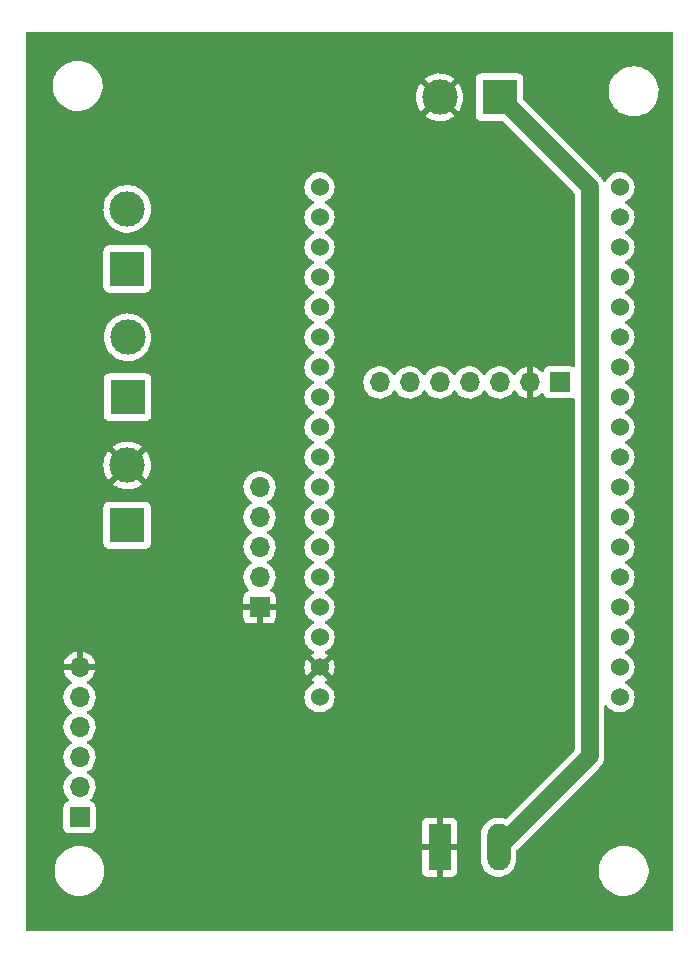
<source format=gbl>
G04 #@! TF.GenerationSoftware,KiCad,Pcbnew,(6.0.4-0)*
G04 #@! TF.CreationDate,2022-04-11T20:22:25+02:00*
G04 #@! TF.ProjectId,Controller,436f6e74-726f-46c6-9c65-722e6b696361,v1.0.0*
G04 #@! TF.SameCoordinates,Original*
G04 #@! TF.FileFunction,Copper,L2,Bot*
G04 #@! TF.FilePolarity,Positive*
%FSLAX46Y46*%
G04 Gerber Fmt 4.6, Leading zero omitted, Abs format (unit mm)*
G04 Created by KiCad (PCBNEW (6.0.4-0)) date 2022-04-11 20:22:25*
%MOMM*%
%LPD*%
G01*
G04 APERTURE LIST*
G04 #@! TA.AperFunction,ComponentPad*
%ADD10R,3.000000X3.000000*%
G04 #@! TD*
G04 #@! TA.AperFunction,ComponentPad*
%ADD11C,3.000000*%
G04 #@! TD*
G04 #@! TA.AperFunction,ComponentPad*
%ADD12R,1.700000X1.700000*%
G04 #@! TD*
G04 #@! TA.AperFunction,ComponentPad*
%ADD13O,1.700000X1.700000*%
G04 #@! TD*
G04 #@! TA.AperFunction,ComponentPad*
%ADD14R,1.980000X3.960000*%
G04 #@! TD*
G04 #@! TA.AperFunction,ComponentPad*
%ADD15O,1.980000X3.960000*%
G04 #@! TD*
G04 #@! TA.AperFunction,ComponentPad*
%ADD16C,1.524000*%
G04 #@! TD*
G04 #@! TA.AperFunction,Conductor*
%ADD17C,1.500000*%
G04 #@! TD*
G04 APERTURE END LIST*
D10*
X125958600Y-78028800D03*
D11*
X125958600Y-72948800D03*
D12*
X137160000Y-106680000D03*
D13*
X137160000Y-104140000D03*
X137160000Y-101600000D03*
X137160000Y-99060000D03*
X137160000Y-96520000D03*
D12*
X121920000Y-124460000D03*
D13*
X121920000Y-121920000D03*
X121920000Y-119380000D03*
X121920000Y-116840000D03*
X121920000Y-114300000D03*
X121920000Y-111760000D03*
D14*
X152400000Y-127000000D03*
D15*
X157400000Y-127000000D03*
D10*
X125958600Y-99745800D03*
D11*
X125958600Y-94665800D03*
D10*
X125984000Y-88900000D03*
D11*
X125984000Y-83820000D03*
D16*
X142240000Y-71120000D03*
X142240000Y-73660000D03*
X142240000Y-76200000D03*
X142240000Y-78740000D03*
X142240000Y-81280000D03*
X142240000Y-83820000D03*
X142240000Y-86360000D03*
X142240000Y-88900000D03*
X142240000Y-91440000D03*
X142240000Y-93980000D03*
X142240000Y-96520000D03*
X142240000Y-99060000D03*
X142240000Y-101600000D03*
X142240000Y-104140000D03*
X142240000Y-106680000D03*
X142240000Y-109220000D03*
X142240000Y-111760000D03*
X142240000Y-114300000D03*
X167640000Y-114300000D03*
X167640000Y-111760000D03*
X167640000Y-109220000D03*
X167640000Y-106680000D03*
X167640000Y-104140000D03*
X167640000Y-101600000D03*
X167640000Y-99060000D03*
X167640000Y-96520000D03*
X167640000Y-93980000D03*
X167640000Y-91440000D03*
X167640000Y-88900000D03*
X167640000Y-86360000D03*
X167640000Y-83820000D03*
X167640000Y-81280000D03*
X167640000Y-78740000D03*
X167640000Y-76200000D03*
X167640000Y-73660000D03*
X167640000Y-71120000D03*
D12*
X162560000Y-87650000D03*
D13*
X160020000Y-87650000D03*
X157480000Y-87650000D03*
X154940000Y-87650000D03*
X152400000Y-87650000D03*
X149860000Y-87650000D03*
X147320000Y-87650000D03*
D10*
X157480000Y-63500000D03*
D11*
X152400000Y-63500000D03*
D17*
X165100000Y-119300000D02*
X165100000Y-71120000D01*
X157400000Y-127000000D02*
X165100000Y-119300000D01*
X165100000Y-71120000D02*
X157480000Y-63500000D01*
G04 #@! TA.AperFunction,Conductor*
G36*
X172153621Y-57988502D02*
G01*
X172200114Y-58042158D01*
X172211500Y-58094500D01*
X172211500Y-133985500D01*
X172191498Y-134053621D01*
X172137842Y-134100114D01*
X172085500Y-134111500D01*
X117474500Y-134111500D01*
X117406379Y-134091498D01*
X117359886Y-134037842D01*
X117348500Y-133985500D01*
X117348500Y-129132703D01*
X119810743Y-129132703D01*
X119848268Y-129417734D01*
X119924129Y-129695036D01*
X120036923Y-129959476D01*
X120184561Y-130206161D01*
X120364313Y-130430528D01*
X120572851Y-130628423D01*
X120806317Y-130796186D01*
X120810112Y-130798195D01*
X120810113Y-130798196D01*
X120831869Y-130809715D01*
X121060392Y-130930712D01*
X121330373Y-131029511D01*
X121611264Y-131090755D01*
X121639841Y-131093004D01*
X121834282Y-131108307D01*
X121834291Y-131108307D01*
X121836739Y-131108500D01*
X121992271Y-131108500D01*
X121994407Y-131108354D01*
X121994418Y-131108354D01*
X122202548Y-131094165D01*
X122202554Y-131094164D01*
X122206825Y-131093873D01*
X122211020Y-131093004D01*
X122211022Y-131093004D01*
X122347584Y-131064723D01*
X122488342Y-131035574D01*
X122759343Y-130939607D01*
X123014812Y-130807750D01*
X123018313Y-130805289D01*
X123018317Y-130805287D01*
X123132418Y-130725095D01*
X123250023Y-130642441D01*
X123460622Y-130446740D01*
X123642713Y-130224268D01*
X123792927Y-129979142D01*
X123908483Y-129715898D01*
X123987244Y-129439406D01*
X124027751Y-129154784D01*
X124027845Y-129136951D01*
X124028433Y-129024669D01*
X150902001Y-129024669D01*
X150902371Y-129031490D01*
X150907895Y-129082352D01*
X150911521Y-129097604D01*
X150956676Y-129218054D01*
X150965214Y-129233649D01*
X151041715Y-129335724D01*
X151054276Y-129348285D01*
X151156351Y-129424786D01*
X151171946Y-129433324D01*
X151292394Y-129478478D01*
X151307649Y-129482105D01*
X151358514Y-129487631D01*
X151365328Y-129488000D01*
X152127885Y-129488000D01*
X152143124Y-129483525D01*
X152144329Y-129482135D01*
X152146000Y-129474452D01*
X152146000Y-129469884D01*
X152654000Y-129469884D01*
X152658475Y-129485123D01*
X152659865Y-129486328D01*
X152667548Y-129487999D01*
X153434669Y-129487999D01*
X153441490Y-129487629D01*
X153492352Y-129482105D01*
X153507604Y-129478479D01*
X153628054Y-129433324D01*
X153643649Y-129424786D01*
X153745724Y-129348285D01*
X153758285Y-129335724D01*
X153834786Y-129233649D01*
X153843324Y-129218054D01*
X153888478Y-129097606D01*
X153892105Y-129082351D01*
X153897631Y-129031486D01*
X153898000Y-129024672D01*
X153898000Y-127272115D01*
X153893525Y-127256876D01*
X153892135Y-127255671D01*
X153884452Y-127254000D01*
X152672115Y-127254000D01*
X152656876Y-127258475D01*
X152655671Y-127259865D01*
X152654000Y-127267548D01*
X152654000Y-129469884D01*
X152146000Y-129469884D01*
X152146000Y-127272115D01*
X152141525Y-127256876D01*
X152140135Y-127255671D01*
X152132452Y-127254000D01*
X150920116Y-127254000D01*
X150904877Y-127258475D01*
X150903672Y-127259865D01*
X150902001Y-127267548D01*
X150902001Y-129024669D01*
X124028433Y-129024669D01*
X124029235Y-128871583D01*
X124029235Y-128871576D01*
X124029257Y-128867297D01*
X123991732Y-128582266D01*
X123915871Y-128304964D01*
X123803077Y-128040524D01*
X123655439Y-127793839D01*
X123475687Y-127569472D01*
X123267149Y-127371577D01*
X123033683Y-127203814D01*
X123011843Y-127192250D01*
X122988654Y-127179972D01*
X122779608Y-127069288D01*
X122509627Y-126970489D01*
X122228736Y-126909245D01*
X122197685Y-126906801D01*
X122005718Y-126891693D01*
X122005709Y-126891693D01*
X122003261Y-126891500D01*
X121847729Y-126891500D01*
X121845593Y-126891646D01*
X121845582Y-126891646D01*
X121637452Y-126905835D01*
X121637446Y-126905836D01*
X121633175Y-126906127D01*
X121628980Y-126906996D01*
X121628978Y-126906996D01*
X121492417Y-126935276D01*
X121351658Y-126964426D01*
X121080657Y-127060393D01*
X120825188Y-127192250D01*
X120821687Y-127194711D01*
X120821683Y-127194713D01*
X120721169Y-127265356D01*
X120589977Y-127357559D01*
X120379378Y-127553260D01*
X120197287Y-127775732D01*
X120047073Y-128020858D01*
X119931517Y-128284102D01*
X119852756Y-128560594D01*
X119812249Y-128845216D01*
X119812227Y-128849505D01*
X119812226Y-128849512D01*
X119810765Y-129128417D01*
X119810743Y-129132703D01*
X117348500Y-129132703D01*
X117348500Y-126727885D01*
X150902000Y-126727885D01*
X150906475Y-126743124D01*
X150907865Y-126744329D01*
X150915548Y-126746000D01*
X152127885Y-126746000D01*
X152143124Y-126741525D01*
X152144329Y-126740135D01*
X152146000Y-126732452D01*
X152146000Y-126727885D01*
X152654000Y-126727885D01*
X152658475Y-126743124D01*
X152659865Y-126744329D01*
X152667548Y-126746000D01*
X153879884Y-126746000D01*
X153895123Y-126741525D01*
X153896328Y-126740135D01*
X153897999Y-126732452D01*
X153897999Y-124975331D01*
X153897629Y-124968510D01*
X153892105Y-124917648D01*
X153888479Y-124902396D01*
X153843324Y-124781946D01*
X153834786Y-124766351D01*
X153758285Y-124664276D01*
X153745724Y-124651715D01*
X153643649Y-124575214D01*
X153628054Y-124566676D01*
X153507606Y-124521522D01*
X153492351Y-124517895D01*
X153441486Y-124512369D01*
X153434672Y-124512000D01*
X152672115Y-124512000D01*
X152656876Y-124516475D01*
X152655671Y-124517865D01*
X152654000Y-124525548D01*
X152654000Y-126727885D01*
X152146000Y-126727885D01*
X152146000Y-124530116D01*
X152141525Y-124514877D01*
X152140135Y-124513672D01*
X152132452Y-124512001D01*
X151365331Y-124512001D01*
X151358510Y-124512371D01*
X151307648Y-124517895D01*
X151292396Y-124521521D01*
X151171946Y-124566676D01*
X151156351Y-124575214D01*
X151054276Y-124651715D01*
X151041715Y-124664276D01*
X150965214Y-124766351D01*
X150956676Y-124781946D01*
X150911522Y-124902394D01*
X150907895Y-124917649D01*
X150902369Y-124968514D01*
X150902000Y-124975328D01*
X150902000Y-126727885D01*
X117348500Y-126727885D01*
X117348500Y-121886695D01*
X120557251Y-121886695D01*
X120557548Y-121891848D01*
X120557548Y-121891851D01*
X120563011Y-121986590D01*
X120570110Y-122109715D01*
X120571247Y-122114761D01*
X120571248Y-122114767D01*
X120591119Y-122202939D01*
X120619222Y-122327639D01*
X120703266Y-122534616D01*
X120819987Y-122725088D01*
X120966250Y-122893938D01*
X120970230Y-122897242D01*
X120974981Y-122901187D01*
X121014616Y-122960090D01*
X121016113Y-123031071D01*
X120978997Y-123091593D01*
X120938724Y-123116112D01*
X120823295Y-123159385D01*
X120706739Y-123246739D01*
X120619385Y-123363295D01*
X120568255Y-123499684D01*
X120561500Y-123561866D01*
X120561500Y-125358134D01*
X120568255Y-125420316D01*
X120619385Y-125556705D01*
X120706739Y-125673261D01*
X120823295Y-125760615D01*
X120959684Y-125811745D01*
X121021866Y-125818500D01*
X122818134Y-125818500D01*
X122880316Y-125811745D01*
X123016705Y-125760615D01*
X123133261Y-125673261D01*
X123220615Y-125556705D01*
X123271745Y-125420316D01*
X123278500Y-125358134D01*
X123278500Y-123561866D01*
X123271745Y-123499684D01*
X123220615Y-123363295D01*
X123133261Y-123246739D01*
X123016705Y-123159385D01*
X123004132Y-123154672D01*
X122898203Y-123114960D01*
X122841439Y-123072318D01*
X122816739Y-123005756D01*
X122831947Y-122936408D01*
X122853493Y-122907727D01*
X122954435Y-122807137D01*
X122958096Y-122803489D01*
X123017594Y-122720689D01*
X123085435Y-122626277D01*
X123088453Y-122622077D01*
X123187430Y-122421811D01*
X123252370Y-122208069D01*
X123281529Y-121986590D01*
X123283156Y-121920000D01*
X123264852Y-121697361D01*
X123210431Y-121480702D01*
X123121354Y-121275840D01*
X123000014Y-121088277D01*
X122849670Y-120923051D01*
X122845619Y-120919852D01*
X122845615Y-120919848D01*
X122678414Y-120787800D01*
X122678410Y-120787798D01*
X122674359Y-120784598D01*
X122633053Y-120761796D01*
X122583084Y-120711364D01*
X122568312Y-120641921D01*
X122593428Y-120575516D01*
X122620780Y-120548909D01*
X122664603Y-120517650D01*
X122799860Y-120421173D01*
X122958096Y-120263489D01*
X122979622Y-120233533D01*
X123085435Y-120086277D01*
X123088453Y-120082077D01*
X123095354Y-120068115D01*
X123185136Y-119886453D01*
X123185137Y-119886451D01*
X123187430Y-119881811D01*
X123252370Y-119668069D01*
X123281529Y-119446590D01*
X123282241Y-119417437D01*
X123283074Y-119383365D01*
X123283074Y-119383361D01*
X123283156Y-119380000D01*
X123264852Y-119157361D01*
X123210431Y-118940702D01*
X123121354Y-118735840D01*
X123000014Y-118548277D01*
X122849670Y-118383051D01*
X122845619Y-118379852D01*
X122845615Y-118379848D01*
X122678414Y-118247800D01*
X122678410Y-118247798D01*
X122674359Y-118244598D01*
X122633053Y-118221796D01*
X122583084Y-118171364D01*
X122568312Y-118101921D01*
X122593428Y-118035516D01*
X122620780Y-118008909D01*
X122664603Y-117977650D01*
X122799860Y-117881173D01*
X122958096Y-117723489D01*
X123017594Y-117640689D01*
X123085435Y-117546277D01*
X123088453Y-117542077D01*
X123187430Y-117341811D01*
X123252370Y-117128069D01*
X123281529Y-116906590D01*
X123283156Y-116840000D01*
X123264852Y-116617361D01*
X123210431Y-116400702D01*
X123121354Y-116195840D01*
X123000014Y-116008277D01*
X122849670Y-115843051D01*
X122845619Y-115839852D01*
X122845615Y-115839848D01*
X122678414Y-115707800D01*
X122678410Y-115707798D01*
X122674359Y-115704598D01*
X122633053Y-115681796D01*
X122583084Y-115631364D01*
X122568312Y-115561921D01*
X122593428Y-115495516D01*
X122620780Y-115468909D01*
X122664603Y-115437650D01*
X122799860Y-115341173D01*
X122958096Y-115183489D01*
X123017594Y-115100689D01*
X123085435Y-115006277D01*
X123088453Y-115002077D01*
X123109358Y-114959780D01*
X123185136Y-114806453D01*
X123185137Y-114806451D01*
X123187430Y-114801811D01*
X123252370Y-114588069D01*
X123281529Y-114366590D01*
X123283156Y-114300000D01*
X140964647Y-114300000D01*
X140984022Y-114521463D01*
X140985446Y-114526776D01*
X141035191Y-114712425D01*
X141041560Y-114736196D01*
X141043882Y-114741177D01*
X141043883Y-114741178D01*
X141133186Y-114932689D01*
X141133189Y-114932694D01*
X141135512Y-114937676D01*
X141138668Y-114942183D01*
X141138669Y-114942185D01*
X141249655Y-115100689D01*
X141263023Y-115119781D01*
X141420219Y-115276977D01*
X141424727Y-115280134D01*
X141424730Y-115280136D01*
X141500495Y-115333187D01*
X141602323Y-115404488D01*
X141607305Y-115406811D01*
X141607310Y-115406814D01*
X141797533Y-115495516D01*
X141803804Y-115498440D01*
X141809112Y-115499862D01*
X141809114Y-115499863D01*
X141874949Y-115517503D01*
X142018537Y-115555978D01*
X142240000Y-115575353D01*
X142461463Y-115555978D01*
X142605051Y-115517503D01*
X142670886Y-115499863D01*
X142670888Y-115499862D01*
X142676196Y-115498440D01*
X142682467Y-115495516D01*
X142872690Y-115406814D01*
X142872695Y-115406811D01*
X142877677Y-115404488D01*
X142979505Y-115333187D01*
X143055270Y-115280136D01*
X143055273Y-115280134D01*
X143059781Y-115276977D01*
X143216977Y-115119781D01*
X143230346Y-115100689D01*
X143341331Y-114942185D01*
X143341332Y-114942183D01*
X143344488Y-114937676D01*
X143346811Y-114932694D01*
X143346814Y-114932689D01*
X143436117Y-114741178D01*
X143436118Y-114741177D01*
X143438440Y-114736196D01*
X143444810Y-114712425D01*
X143494554Y-114526776D01*
X143495978Y-114521463D01*
X143515353Y-114300000D01*
X143495978Y-114078537D01*
X143438440Y-113863804D01*
X143436117Y-113858822D01*
X143346814Y-113667311D01*
X143346811Y-113667306D01*
X143344488Y-113662324D01*
X143339948Y-113655840D01*
X143220136Y-113484730D01*
X143220134Y-113484727D01*
X143216977Y-113480219D01*
X143059781Y-113323023D01*
X143055273Y-113319866D01*
X143055270Y-113319864D01*
X142979505Y-113266813D01*
X142877677Y-113195512D01*
X142872695Y-113193189D01*
X142872690Y-113193186D01*
X142767035Y-113143919D01*
X142713750Y-113097002D01*
X142694289Y-113028725D01*
X142714831Y-112960765D01*
X142767035Y-112915529D01*
X142872445Y-112866376D01*
X142881931Y-112860898D01*
X142925764Y-112830207D01*
X142934139Y-112819729D01*
X142927071Y-112806281D01*
X142252812Y-112132022D01*
X142238868Y-112124408D01*
X142237035Y-112124539D01*
X142230420Y-112128790D01*
X141552207Y-112807003D01*
X141545777Y-112818777D01*
X141555074Y-112830793D01*
X141598069Y-112860898D01*
X141607555Y-112866376D01*
X141712965Y-112915529D01*
X141766250Y-112962446D01*
X141785711Y-113030723D01*
X141765169Y-113098683D01*
X141712965Y-113143919D01*
X141607311Y-113193186D01*
X141607306Y-113193189D01*
X141602324Y-113195512D01*
X141597817Y-113198668D01*
X141597815Y-113198669D01*
X141424730Y-113319864D01*
X141424727Y-113319866D01*
X141420219Y-113323023D01*
X141263023Y-113480219D01*
X141259866Y-113484727D01*
X141259864Y-113484730D01*
X141140052Y-113655840D01*
X141135512Y-113662324D01*
X141133189Y-113667306D01*
X141133186Y-113667311D01*
X141043883Y-113858822D01*
X141041560Y-113863804D01*
X140984022Y-114078537D01*
X140964647Y-114300000D01*
X123283156Y-114300000D01*
X123264852Y-114077361D01*
X123210431Y-113860702D01*
X123121354Y-113655840D01*
X123077319Y-113587773D01*
X123002822Y-113472617D01*
X123002820Y-113472614D01*
X123000014Y-113468277D01*
X122849670Y-113303051D01*
X122845619Y-113299852D01*
X122845615Y-113299848D01*
X122678414Y-113167800D01*
X122678410Y-113167798D01*
X122674359Y-113164598D01*
X122632569Y-113141529D01*
X122582598Y-113091097D01*
X122567826Y-113021654D01*
X122592942Y-112955248D01*
X122620294Y-112928641D01*
X122795328Y-112803792D01*
X122803200Y-112797139D01*
X122954052Y-112646812D01*
X122960730Y-112638965D01*
X123085003Y-112466020D01*
X123090313Y-112457183D01*
X123184670Y-112266267D01*
X123188469Y-112256672D01*
X123250377Y-112052910D01*
X123252555Y-112042837D01*
X123253986Y-112031962D01*
X123251775Y-112017778D01*
X123238617Y-112014000D01*
X120603225Y-112014000D01*
X120589694Y-112017973D01*
X120588257Y-112027966D01*
X120618565Y-112162446D01*
X120621645Y-112172275D01*
X120701770Y-112369603D01*
X120706413Y-112378794D01*
X120817694Y-112560388D01*
X120823777Y-112568699D01*
X120963213Y-112729667D01*
X120970580Y-112736883D01*
X121134434Y-112872916D01*
X121142881Y-112878831D01*
X121211969Y-112919203D01*
X121260693Y-112970842D01*
X121273764Y-113040625D01*
X121247033Y-113106396D01*
X121206584Y-113139752D01*
X121193607Y-113146507D01*
X121189474Y-113149610D01*
X121189471Y-113149612D01*
X121019100Y-113277530D01*
X121014965Y-113280635D01*
X120860629Y-113442138D01*
X120734743Y-113626680D01*
X120640688Y-113829305D01*
X120580989Y-114044570D01*
X120557251Y-114266695D01*
X120557548Y-114271848D01*
X120557548Y-114271851D01*
X120563011Y-114366590D01*
X120570110Y-114489715D01*
X120571247Y-114494761D01*
X120571248Y-114494767D01*
X120578462Y-114526776D01*
X120619222Y-114707639D01*
X120703266Y-114914616D01*
X120819987Y-115105088D01*
X120966250Y-115273938D01*
X121138126Y-115416632D01*
X121208595Y-115457811D01*
X121211445Y-115459476D01*
X121260169Y-115511114D01*
X121273240Y-115580897D01*
X121246509Y-115646669D01*
X121206055Y-115680027D01*
X121193607Y-115686507D01*
X121189474Y-115689610D01*
X121189471Y-115689612D01*
X121165247Y-115707800D01*
X121014965Y-115820635D01*
X120860629Y-115982138D01*
X120734743Y-116166680D01*
X120640688Y-116369305D01*
X120580989Y-116584570D01*
X120557251Y-116806695D01*
X120557548Y-116811848D01*
X120557548Y-116811851D01*
X120563011Y-116906590D01*
X120570110Y-117029715D01*
X120571247Y-117034761D01*
X120571248Y-117034767D01*
X120591119Y-117122939D01*
X120619222Y-117247639D01*
X120703266Y-117454616D01*
X120819987Y-117645088D01*
X120966250Y-117813938D01*
X121138126Y-117956632D01*
X121208595Y-117997811D01*
X121211445Y-117999476D01*
X121260169Y-118051114D01*
X121273240Y-118120897D01*
X121246509Y-118186669D01*
X121206055Y-118220027D01*
X121193607Y-118226507D01*
X121189474Y-118229610D01*
X121189471Y-118229612D01*
X121165247Y-118247800D01*
X121014965Y-118360635D01*
X120860629Y-118522138D01*
X120734743Y-118706680D01*
X120640688Y-118909305D01*
X120580989Y-119124570D01*
X120557251Y-119346695D01*
X120557548Y-119351848D01*
X120557548Y-119351851D01*
X120563011Y-119446590D01*
X120570110Y-119569715D01*
X120571247Y-119574761D01*
X120571248Y-119574767D01*
X120581336Y-119619528D01*
X120619222Y-119787639D01*
X120703266Y-119994616D01*
X120705965Y-119999020D01*
X120785971Y-120129578D01*
X120819987Y-120185088D01*
X120966250Y-120353938D01*
X121138126Y-120496632D01*
X121208595Y-120537811D01*
X121211445Y-120539476D01*
X121260169Y-120591114D01*
X121273240Y-120660897D01*
X121246509Y-120726669D01*
X121206055Y-120760027D01*
X121193607Y-120766507D01*
X121189474Y-120769610D01*
X121189471Y-120769612D01*
X121165247Y-120787800D01*
X121014965Y-120900635D01*
X120860629Y-121062138D01*
X120734743Y-121246680D01*
X120640688Y-121449305D01*
X120580989Y-121664570D01*
X120557251Y-121886695D01*
X117348500Y-121886695D01*
X117348500Y-111765475D01*
X140965628Y-111765475D01*
X140984038Y-111975896D01*
X140985941Y-111986691D01*
X141040609Y-112190715D01*
X141044355Y-112201007D01*
X141133623Y-112392441D01*
X141139103Y-112401932D01*
X141169794Y-112445765D01*
X141180271Y-112454140D01*
X141193718Y-112447072D01*
X141867978Y-111772812D01*
X141874356Y-111761132D01*
X142604408Y-111761132D01*
X142604539Y-111762965D01*
X142608790Y-111769580D01*
X143287003Y-112447793D01*
X143298777Y-112454223D01*
X143310793Y-112444926D01*
X143340897Y-112401932D01*
X143346377Y-112392441D01*
X143435645Y-112201007D01*
X143439391Y-112190715D01*
X143494059Y-111986691D01*
X143495962Y-111975896D01*
X143514372Y-111765475D01*
X143514372Y-111754525D01*
X143495962Y-111544104D01*
X143494059Y-111533309D01*
X143439391Y-111329285D01*
X143435645Y-111318993D01*
X143346377Y-111127559D01*
X143340897Y-111118068D01*
X143310206Y-111074235D01*
X143299729Y-111065860D01*
X143286282Y-111072928D01*
X142612022Y-111747188D01*
X142604408Y-111761132D01*
X141874356Y-111761132D01*
X141875592Y-111758868D01*
X141875461Y-111757035D01*
X141871210Y-111750420D01*
X141192997Y-111072207D01*
X141181223Y-111065777D01*
X141169207Y-111075074D01*
X141139103Y-111118068D01*
X141133623Y-111127559D01*
X141044355Y-111318993D01*
X141040609Y-111329285D01*
X140985941Y-111533309D01*
X140984038Y-111544104D01*
X140965628Y-111754525D01*
X140965628Y-111765475D01*
X117348500Y-111765475D01*
X117348500Y-111494183D01*
X120584389Y-111494183D01*
X120585912Y-111502607D01*
X120598292Y-111506000D01*
X121647885Y-111506000D01*
X121663124Y-111501525D01*
X121664329Y-111500135D01*
X121666000Y-111492452D01*
X121666000Y-111487885D01*
X122174000Y-111487885D01*
X122178475Y-111503124D01*
X122179865Y-111504329D01*
X122187548Y-111506000D01*
X123238344Y-111506000D01*
X123251875Y-111502027D01*
X123253180Y-111492947D01*
X123211214Y-111325875D01*
X123207894Y-111316124D01*
X123122972Y-111120814D01*
X123118105Y-111111739D01*
X123002426Y-110932926D01*
X122996136Y-110924757D01*
X122852806Y-110767240D01*
X122845273Y-110760215D01*
X122678139Y-110628222D01*
X122669552Y-110622517D01*
X122483117Y-110519599D01*
X122473705Y-110515369D01*
X122272959Y-110444280D01*
X122262988Y-110441646D01*
X122191837Y-110428972D01*
X122178540Y-110430432D01*
X122174000Y-110444989D01*
X122174000Y-111487885D01*
X121666000Y-111487885D01*
X121666000Y-110443102D01*
X121662082Y-110429758D01*
X121647806Y-110427771D01*
X121609324Y-110433660D01*
X121599288Y-110436051D01*
X121396868Y-110502212D01*
X121387359Y-110506209D01*
X121198463Y-110604542D01*
X121189738Y-110610036D01*
X121019433Y-110737905D01*
X121011726Y-110744748D01*
X120864590Y-110898717D01*
X120858104Y-110906727D01*
X120738098Y-111082649D01*
X120733000Y-111091623D01*
X120643338Y-111284783D01*
X120639775Y-111294470D01*
X120584389Y-111494183D01*
X117348500Y-111494183D01*
X117348500Y-109220000D01*
X140964647Y-109220000D01*
X140984022Y-109441463D01*
X141041560Y-109656196D01*
X141043882Y-109661177D01*
X141043883Y-109661178D01*
X141133186Y-109852689D01*
X141133189Y-109852694D01*
X141135512Y-109857676D01*
X141138668Y-109862183D01*
X141138669Y-109862185D01*
X141238318Y-110004498D01*
X141263023Y-110039781D01*
X141420219Y-110196977D01*
X141424727Y-110200134D01*
X141424730Y-110200136D01*
X141500495Y-110253187D01*
X141602323Y-110324488D01*
X141607305Y-110326811D01*
X141607310Y-110326814D01*
X141712965Y-110376081D01*
X141766250Y-110422998D01*
X141785711Y-110491275D01*
X141765169Y-110559235D01*
X141712965Y-110604471D01*
X141607559Y-110653623D01*
X141598068Y-110659103D01*
X141554235Y-110689794D01*
X141545860Y-110700271D01*
X141552928Y-110713718D01*
X142227188Y-111387978D01*
X142241132Y-111395592D01*
X142242965Y-111395461D01*
X142249580Y-111391210D01*
X142927793Y-110712997D01*
X142934223Y-110701223D01*
X142924926Y-110689207D01*
X142881931Y-110659102D01*
X142872445Y-110653624D01*
X142767035Y-110604471D01*
X142713750Y-110557554D01*
X142694289Y-110489277D01*
X142714831Y-110421317D01*
X142767035Y-110376081D01*
X142872690Y-110326814D01*
X142872695Y-110326811D01*
X142877677Y-110324488D01*
X142979505Y-110253187D01*
X143055270Y-110200136D01*
X143055273Y-110200134D01*
X143059781Y-110196977D01*
X143216977Y-110039781D01*
X143241683Y-110004498D01*
X143341331Y-109862185D01*
X143341332Y-109862183D01*
X143344488Y-109857676D01*
X143346811Y-109852694D01*
X143346814Y-109852689D01*
X143436117Y-109661178D01*
X143436118Y-109661177D01*
X143438440Y-109656196D01*
X143495978Y-109441463D01*
X143515353Y-109220000D01*
X143495978Y-108998537D01*
X143438440Y-108783804D01*
X143436117Y-108778822D01*
X143346814Y-108587311D01*
X143346811Y-108587306D01*
X143344488Y-108582324D01*
X143341331Y-108577815D01*
X143220136Y-108404730D01*
X143220134Y-108404727D01*
X143216977Y-108400219D01*
X143059781Y-108243023D01*
X143055273Y-108239866D01*
X143055270Y-108239864D01*
X142979505Y-108186813D01*
X142877677Y-108115512D01*
X142872695Y-108113189D01*
X142872690Y-108113186D01*
X142767627Y-108064195D01*
X142714342Y-108017278D01*
X142694881Y-107949001D01*
X142715423Y-107881041D01*
X142767627Y-107835805D01*
X142872690Y-107786814D01*
X142872695Y-107786811D01*
X142877677Y-107784488D01*
X142979505Y-107713187D01*
X143055270Y-107660136D01*
X143055273Y-107660134D01*
X143059781Y-107656977D01*
X143216977Y-107499781D01*
X143241683Y-107464498D01*
X143341331Y-107322185D01*
X143341332Y-107322183D01*
X143344488Y-107317676D01*
X143346811Y-107312694D01*
X143346814Y-107312689D01*
X143436117Y-107121178D01*
X143436118Y-107121177D01*
X143438440Y-107116196D01*
X143495978Y-106901463D01*
X143515353Y-106680000D01*
X143495978Y-106458537D01*
X143438440Y-106243804D01*
X143436117Y-106238822D01*
X143346814Y-106047311D01*
X143346811Y-106047306D01*
X143344488Y-106042324D01*
X143341331Y-106037815D01*
X143220136Y-105864730D01*
X143220134Y-105864727D01*
X143216977Y-105860219D01*
X143059781Y-105703023D01*
X143055273Y-105699866D01*
X143055270Y-105699864D01*
X142901147Y-105591946D01*
X142877677Y-105575512D01*
X142872695Y-105573189D01*
X142872690Y-105573186D01*
X142767627Y-105524195D01*
X142714342Y-105477278D01*
X142694881Y-105409001D01*
X142715423Y-105341041D01*
X142767627Y-105295805D01*
X142872690Y-105246814D01*
X142872695Y-105246811D01*
X142877677Y-105244488D01*
X143002914Y-105156796D01*
X143055270Y-105120136D01*
X143055273Y-105120134D01*
X143059781Y-105116977D01*
X143216977Y-104959781D01*
X143230346Y-104940689D01*
X143341331Y-104782185D01*
X143341332Y-104782183D01*
X143344488Y-104777676D01*
X143346811Y-104772694D01*
X143346814Y-104772689D01*
X143436117Y-104581178D01*
X143436118Y-104581177D01*
X143438440Y-104576196D01*
X143444810Y-104552425D01*
X143494554Y-104366776D01*
X143495978Y-104361463D01*
X143515353Y-104140000D01*
X143495978Y-103918537D01*
X143438440Y-103703804D01*
X143436117Y-103698822D01*
X143346814Y-103507311D01*
X143346811Y-103507306D01*
X143344488Y-103502324D01*
X143339948Y-103495840D01*
X143220136Y-103324730D01*
X143220134Y-103324727D01*
X143216977Y-103320219D01*
X143059781Y-103163023D01*
X143055273Y-103159866D01*
X143055270Y-103159864D01*
X142979505Y-103106813D01*
X142877677Y-103035512D01*
X142872695Y-103033189D01*
X142872690Y-103033186D01*
X142767627Y-102984195D01*
X142714342Y-102937278D01*
X142694881Y-102869001D01*
X142715423Y-102801041D01*
X142767627Y-102755805D01*
X142872690Y-102706814D01*
X142872695Y-102706811D01*
X142877677Y-102704488D01*
X142979505Y-102633187D01*
X143055270Y-102580136D01*
X143055273Y-102580134D01*
X143059781Y-102576977D01*
X143216977Y-102419781D01*
X143230346Y-102400689D01*
X143341331Y-102242185D01*
X143341332Y-102242183D01*
X143344488Y-102237676D01*
X143346811Y-102232694D01*
X143346814Y-102232689D01*
X143436117Y-102041178D01*
X143436118Y-102041177D01*
X143438440Y-102036196D01*
X143444810Y-102012425D01*
X143494554Y-101826776D01*
X143495978Y-101821463D01*
X143515353Y-101600000D01*
X143495978Y-101378537D01*
X143438440Y-101163804D01*
X143436117Y-101158822D01*
X143346814Y-100967311D01*
X143346811Y-100967306D01*
X143344488Y-100962324D01*
X143339948Y-100955840D01*
X143220136Y-100784730D01*
X143220134Y-100784727D01*
X143216977Y-100780219D01*
X143059781Y-100623023D01*
X143055273Y-100619866D01*
X143055270Y-100619864D01*
X142979505Y-100566813D01*
X142877677Y-100495512D01*
X142872695Y-100493189D01*
X142872690Y-100493186D01*
X142767627Y-100444195D01*
X142714342Y-100397278D01*
X142694881Y-100329001D01*
X142715423Y-100261041D01*
X142767627Y-100215805D01*
X142872690Y-100166814D01*
X142872695Y-100166811D01*
X142877677Y-100164488D01*
X142979505Y-100093187D01*
X143055270Y-100040136D01*
X143055273Y-100040134D01*
X143059781Y-100036977D01*
X143216977Y-99879781D01*
X143230346Y-99860689D01*
X143341331Y-99702185D01*
X143341332Y-99702183D01*
X143344488Y-99697676D01*
X143346811Y-99692694D01*
X143346814Y-99692689D01*
X143436117Y-99501178D01*
X143436118Y-99501177D01*
X143438440Y-99496196D01*
X143444810Y-99472425D01*
X143494554Y-99286776D01*
X143495978Y-99281463D01*
X143515353Y-99060000D01*
X143495978Y-98838537D01*
X143438440Y-98623804D01*
X143436117Y-98618822D01*
X143346814Y-98427311D01*
X143346811Y-98427306D01*
X143344488Y-98422324D01*
X143339948Y-98415840D01*
X143220136Y-98244730D01*
X143220134Y-98244727D01*
X143216977Y-98240219D01*
X143059781Y-98083023D01*
X143055273Y-98079866D01*
X143055270Y-98079864D01*
X142979505Y-98026813D01*
X142877677Y-97955512D01*
X142872695Y-97953189D01*
X142872690Y-97953186D01*
X142767627Y-97904195D01*
X142714342Y-97857278D01*
X142694881Y-97789001D01*
X142715423Y-97721041D01*
X142767627Y-97675805D01*
X142872690Y-97626814D01*
X142872695Y-97626811D01*
X142877677Y-97624488D01*
X142979505Y-97553187D01*
X143055270Y-97500136D01*
X143055273Y-97500134D01*
X143059781Y-97496977D01*
X143216977Y-97339781D01*
X143230346Y-97320689D01*
X143341331Y-97162185D01*
X143341332Y-97162183D01*
X143344488Y-97157676D01*
X143346811Y-97152694D01*
X143346814Y-97152689D01*
X143436117Y-96961178D01*
X143436118Y-96961177D01*
X143438440Y-96956196D01*
X143444810Y-96932425D01*
X143494554Y-96746776D01*
X143495978Y-96741463D01*
X143515353Y-96520000D01*
X143495978Y-96298537D01*
X143438440Y-96083804D01*
X143436117Y-96078822D01*
X143346814Y-95887311D01*
X143346811Y-95887306D01*
X143344488Y-95882324D01*
X143339948Y-95875840D01*
X143220136Y-95704730D01*
X143220134Y-95704727D01*
X143216977Y-95700219D01*
X143059781Y-95543023D01*
X143055273Y-95539866D01*
X143055270Y-95539864D01*
X142979505Y-95486813D01*
X142877677Y-95415512D01*
X142872695Y-95413189D01*
X142872690Y-95413186D01*
X142767627Y-95364195D01*
X142714342Y-95317278D01*
X142694881Y-95249001D01*
X142715423Y-95181041D01*
X142767627Y-95135805D01*
X142872690Y-95086814D01*
X142872695Y-95086811D01*
X142877677Y-95084488D01*
X142979505Y-95013187D01*
X143055270Y-94960136D01*
X143055273Y-94960134D01*
X143059781Y-94956977D01*
X143216977Y-94799781D01*
X143241683Y-94764498D01*
X143341331Y-94622185D01*
X143341332Y-94622183D01*
X143344488Y-94617676D01*
X143346811Y-94612694D01*
X143346814Y-94612689D01*
X143436117Y-94421178D01*
X143436118Y-94421177D01*
X143438440Y-94416196D01*
X143495978Y-94201463D01*
X143515353Y-93980000D01*
X143495978Y-93758537D01*
X143438440Y-93543804D01*
X143394800Y-93450217D01*
X143346814Y-93347311D01*
X143346811Y-93347306D01*
X143344488Y-93342324D01*
X143341331Y-93337815D01*
X143220136Y-93164730D01*
X143220134Y-93164727D01*
X143216977Y-93160219D01*
X143059781Y-93003023D01*
X143055273Y-92999866D01*
X143055270Y-92999864D01*
X142979505Y-92946813D01*
X142877677Y-92875512D01*
X142872695Y-92873189D01*
X142872690Y-92873186D01*
X142767627Y-92824195D01*
X142714342Y-92777278D01*
X142694881Y-92709001D01*
X142715423Y-92641041D01*
X142767627Y-92595805D01*
X142872690Y-92546814D01*
X142872695Y-92546811D01*
X142877677Y-92544488D01*
X142979505Y-92473187D01*
X143055270Y-92420136D01*
X143055273Y-92420134D01*
X143059781Y-92416977D01*
X143216977Y-92259781D01*
X143241683Y-92224498D01*
X143341331Y-92082185D01*
X143341332Y-92082183D01*
X143344488Y-92077676D01*
X143346811Y-92072694D01*
X143346814Y-92072689D01*
X143436117Y-91881178D01*
X143436118Y-91881177D01*
X143438440Y-91876196D01*
X143495978Y-91661463D01*
X143515353Y-91440000D01*
X143495978Y-91218537D01*
X143438440Y-91003804D01*
X143390849Y-90901745D01*
X143346814Y-90807311D01*
X143346811Y-90807306D01*
X143344488Y-90802324D01*
X143341331Y-90797815D01*
X143220136Y-90624730D01*
X143220134Y-90624727D01*
X143216977Y-90620219D01*
X143059781Y-90463023D01*
X143055273Y-90459866D01*
X143055270Y-90459864D01*
X142979505Y-90406813D01*
X142877677Y-90335512D01*
X142872695Y-90333189D01*
X142872690Y-90333186D01*
X142767627Y-90284195D01*
X142714342Y-90237278D01*
X142694881Y-90169001D01*
X142715423Y-90101041D01*
X142767627Y-90055805D01*
X142872690Y-90006814D01*
X142872695Y-90006811D01*
X142877677Y-90004488D01*
X142979505Y-89933187D01*
X143055270Y-89880136D01*
X143055273Y-89880134D01*
X143059781Y-89876977D01*
X143216977Y-89719781D01*
X143241683Y-89684498D01*
X143341331Y-89542185D01*
X143341332Y-89542183D01*
X143344488Y-89537676D01*
X143346811Y-89532694D01*
X143346814Y-89532689D01*
X143436117Y-89341178D01*
X143436118Y-89341177D01*
X143438440Y-89336196D01*
X143495978Y-89121463D01*
X143515353Y-88900000D01*
X143495978Y-88678537D01*
X143438440Y-88463804D01*
X143436117Y-88458822D01*
X143346814Y-88267311D01*
X143346811Y-88267306D01*
X143344488Y-88262324D01*
X143341331Y-88257815D01*
X143220136Y-88084730D01*
X143220134Y-88084727D01*
X143216977Y-88080219D01*
X143059781Y-87923023D01*
X143055273Y-87919866D01*
X143055270Y-87919864D01*
X142940805Y-87839715D01*
X142877677Y-87795512D01*
X142872695Y-87793189D01*
X142872690Y-87793186D01*
X142767627Y-87744195D01*
X142714342Y-87697278D01*
X142694881Y-87629001D01*
X142698601Y-87616695D01*
X145957251Y-87616695D01*
X145957548Y-87621848D01*
X145957548Y-87621851D01*
X145959171Y-87650000D01*
X145970110Y-87839715D01*
X145971247Y-87844761D01*
X145971248Y-87844767D01*
X145989763Y-87926920D01*
X146019222Y-88057639D01*
X146103266Y-88264616D01*
X146154942Y-88348944D01*
X146217291Y-88450688D01*
X146219987Y-88455088D01*
X146366250Y-88623938D01*
X146538126Y-88766632D01*
X146731000Y-88879338D01*
X146939692Y-88959030D01*
X146944760Y-88960061D01*
X146944763Y-88960062D01*
X147039862Y-88979410D01*
X147158597Y-89003567D01*
X147163772Y-89003757D01*
X147163774Y-89003757D01*
X147376673Y-89011564D01*
X147376677Y-89011564D01*
X147381837Y-89011753D01*
X147386957Y-89011097D01*
X147386959Y-89011097D01*
X147598288Y-88984025D01*
X147598289Y-88984025D01*
X147603416Y-88983368D01*
X147608366Y-88981883D01*
X147812429Y-88920661D01*
X147812434Y-88920659D01*
X147817384Y-88919174D01*
X148017994Y-88820896D01*
X148199860Y-88691173D01*
X148358096Y-88533489D01*
X148408170Y-88463804D01*
X148488453Y-88352077D01*
X148489776Y-88353028D01*
X148536645Y-88309857D01*
X148606580Y-88297625D01*
X148672026Y-88325144D01*
X148699875Y-88356994D01*
X148759987Y-88455088D01*
X148906250Y-88623938D01*
X149078126Y-88766632D01*
X149271000Y-88879338D01*
X149479692Y-88959030D01*
X149484760Y-88960061D01*
X149484763Y-88960062D01*
X149579862Y-88979410D01*
X149698597Y-89003567D01*
X149703772Y-89003757D01*
X149703774Y-89003757D01*
X149916673Y-89011564D01*
X149916677Y-89011564D01*
X149921837Y-89011753D01*
X149926957Y-89011097D01*
X149926959Y-89011097D01*
X150138288Y-88984025D01*
X150138289Y-88984025D01*
X150143416Y-88983368D01*
X150148366Y-88981883D01*
X150352429Y-88920661D01*
X150352434Y-88920659D01*
X150357384Y-88919174D01*
X150557994Y-88820896D01*
X150739860Y-88691173D01*
X150898096Y-88533489D01*
X150948170Y-88463804D01*
X151028453Y-88352077D01*
X151029776Y-88353028D01*
X151076645Y-88309857D01*
X151146580Y-88297625D01*
X151212026Y-88325144D01*
X151239875Y-88356994D01*
X151299987Y-88455088D01*
X151446250Y-88623938D01*
X151618126Y-88766632D01*
X151811000Y-88879338D01*
X152019692Y-88959030D01*
X152024760Y-88960061D01*
X152024763Y-88960062D01*
X152119862Y-88979410D01*
X152238597Y-89003567D01*
X152243772Y-89003757D01*
X152243774Y-89003757D01*
X152456673Y-89011564D01*
X152456677Y-89011564D01*
X152461837Y-89011753D01*
X152466957Y-89011097D01*
X152466959Y-89011097D01*
X152678288Y-88984025D01*
X152678289Y-88984025D01*
X152683416Y-88983368D01*
X152688366Y-88981883D01*
X152892429Y-88920661D01*
X152892434Y-88920659D01*
X152897384Y-88919174D01*
X153097994Y-88820896D01*
X153279860Y-88691173D01*
X153438096Y-88533489D01*
X153488170Y-88463804D01*
X153568453Y-88352077D01*
X153569776Y-88353028D01*
X153616645Y-88309857D01*
X153686580Y-88297625D01*
X153752026Y-88325144D01*
X153779875Y-88356994D01*
X153839987Y-88455088D01*
X153986250Y-88623938D01*
X154158126Y-88766632D01*
X154351000Y-88879338D01*
X154559692Y-88959030D01*
X154564760Y-88960061D01*
X154564763Y-88960062D01*
X154659862Y-88979410D01*
X154778597Y-89003567D01*
X154783772Y-89003757D01*
X154783774Y-89003757D01*
X154996673Y-89011564D01*
X154996677Y-89011564D01*
X155001837Y-89011753D01*
X155006957Y-89011097D01*
X155006959Y-89011097D01*
X155218288Y-88984025D01*
X155218289Y-88984025D01*
X155223416Y-88983368D01*
X155228366Y-88981883D01*
X155432429Y-88920661D01*
X155432434Y-88920659D01*
X155437384Y-88919174D01*
X155637994Y-88820896D01*
X155819860Y-88691173D01*
X155978096Y-88533489D01*
X156028170Y-88463804D01*
X156108453Y-88352077D01*
X156109776Y-88353028D01*
X156156645Y-88309857D01*
X156226580Y-88297625D01*
X156292026Y-88325144D01*
X156319875Y-88356994D01*
X156379987Y-88455088D01*
X156526250Y-88623938D01*
X156698126Y-88766632D01*
X156891000Y-88879338D01*
X157099692Y-88959030D01*
X157104760Y-88960061D01*
X157104763Y-88960062D01*
X157199862Y-88979410D01*
X157318597Y-89003567D01*
X157323772Y-89003757D01*
X157323774Y-89003757D01*
X157536673Y-89011564D01*
X157536677Y-89011564D01*
X157541837Y-89011753D01*
X157546957Y-89011097D01*
X157546959Y-89011097D01*
X157758288Y-88984025D01*
X157758289Y-88984025D01*
X157763416Y-88983368D01*
X157768366Y-88981883D01*
X157972429Y-88920661D01*
X157972434Y-88920659D01*
X157977384Y-88919174D01*
X158177994Y-88820896D01*
X158359860Y-88691173D01*
X158518096Y-88533489D01*
X158568170Y-88463804D01*
X158648453Y-88352077D01*
X158649640Y-88352930D01*
X158696960Y-88309362D01*
X158766897Y-88297145D01*
X158832338Y-88324678D01*
X158860166Y-88356511D01*
X158917694Y-88450388D01*
X158923777Y-88458699D01*
X159063213Y-88619667D01*
X159070580Y-88626883D01*
X159234434Y-88762916D01*
X159242881Y-88768831D01*
X159426756Y-88876279D01*
X159436042Y-88880729D01*
X159635001Y-88956703D01*
X159644899Y-88959579D01*
X159748250Y-88980606D01*
X159762299Y-88979410D01*
X159766000Y-88969065D01*
X159766000Y-86333102D01*
X159762082Y-86319758D01*
X159747806Y-86317771D01*
X159709324Y-86323660D01*
X159699288Y-86326051D01*
X159496868Y-86392212D01*
X159487359Y-86396209D01*
X159298463Y-86494542D01*
X159289738Y-86500036D01*
X159119433Y-86627905D01*
X159111726Y-86634748D01*
X158964590Y-86788717D01*
X158958109Y-86796722D01*
X158853498Y-86950074D01*
X158798587Y-86995076D01*
X158728062Y-87003247D01*
X158664315Y-86971993D01*
X158643618Y-86947509D01*
X158562822Y-86822617D01*
X158562820Y-86822614D01*
X158560014Y-86818277D01*
X158409670Y-86653051D01*
X158405619Y-86649852D01*
X158405615Y-86649848D01*
X158238414Y-86517800D01*
X158238410Y-86517798D01*
X158234359Y-86514598D01*
X158198028Y-86494542D01*
X158182136Y-86485769D01*
X158038789Y-86406638D01*
X158033920Y-86404914D01*
X158033916Y-86404912D01*
X157833087Y-86333795D01*
X157833083Y-86333794D01*
X157828212Y-86332069D01*
X157823119Y-86331162D01*
X157823116Y-86331161D01*
X157613373Y-86293800D01*
X157613367Y-86293799D01*
X157608284Y-86292894D01*
X157534452Y-86291992D01*
X157390081Y-86290228D01*
X157390079Y-86290228D01*
X157384911Y-86290165D01*
X157164091Y-86323955D01*
X156951756Y-86393357D01*
X156753607Y-86496507D01*
X156749474Y-86499610D01*
X156749471Y-86499612D01*
X156579100Y-86627530D01*
X156574965Y-86630635D01*
X156420629Y-86792138D01*
X156313201Y-86949621D01*
X156258293Y-86994621D01*
X156187768Y-87002792D01*
X156124021Y-86971538D01*
X156103324Y-86947054D01*
X156022822Y-86822617D01*
X156022820Y-86822614D01*
X156020014Y-86818277D01*
X155869670Y-86653051D01*
X155865619Y-86649852D01*
X155865615Y-86649848D01*
X155698414Y-86517800D01*
X155698410Y-86517798D01*
X155694359Y-86514598D01*
X155658028Y-86494542D01*
X155642136Y-86485769D01*
X155498789Y-86406638D01*
X155493920Y-86404914D01*
X155493916Y-86404912D01*
X155293087Y-86333795D01*
X155293083Y-86333794D01*
X155288212Y-86332069D01*
X155283119Y-86331162D01*
X155283116Y-86331161D01*
X155073373Y-86293800D01*
X155073367Y-86293799D01*
X155068284Y-86292894D01*
X154994452Y-86291992D01*
X154850081Y-86290228D01*
X154850079Y-86290228D01*
X154844911Y-86290165D01*
X154624091Y-86323955D01*
X154411756Y-86393357D01*
X154213607Y-86496507D01*
X154209474Y-86499610D01*
X154209471Y-86499612D01*
X154039100Y-86627530D01*
X154034965Y-86630635D01*
X153880629Y-86792138D01*
X153773201Y-86949621D01*
X153718293Y-86994621D01*
X153647768Y-87002792D01*
X153584021Y-86971538D01*
X153563324Y-86947054D01*
X153482822Y-86822617D01*
X153482820Y-86822614D01*
X153480014Y-86818277D01*
X153329670Y-86653051D01*
X153325619Y-86649852D01*
X153325615Y-86649848D01*
X153158414Y-86517800D01*
X153158410Y-86517798D01*
X153154359Y-86514598D01*
X153118028Y-86494542D01*
X153102136Y-86485769D01*
X152958789Y-86406638D01*
X152953920Y-86404914D01*
X152953916Y-86404912D01*
X152753087Y-86333795D01*
X152753083Y-86333794D01*
X152748212Y-86332069D01*
X152743119Y-86331162D01*
X152743116Y-86331161D01*
X152533373Y-86293800D01*
X152533367Y-86293799D01*
X152528284Y-86292894D01*
X152454452Y-86291992D01*
X152310081Y-86290228D01*
X152310079Y-86290228D01*
X152304911Y-86290165D01*
X152084091Y-86323955D01*
X151871756Y-86393357D01*
X151673607Y-86496507D01*
X151669474Y-86499610D01*
X151669471Y-86499612D01*
X151499100Y-86627530D01*
X151494965Y-86630635D01*
X151340629Y-86792138D01*
X151233201Y-86949621D01*
X151178293Y-86994621D01*
X151107768Y-87002792D01*
X151044021Y-86971538D01*
X151023324Y-86947054D01*
X150942822Y-86822617D01*
X150942820Y-86822614D01*
X150940014Y-86818277D01*
X150789670Y-86653051D01*
X150785619Y-86649852D01*
X150785615Y-86649848D01*
X150618414Y-86517800D01*
X150618410Y-86517798D01*
X150614359Y-86514598D01*
X150578028Y-86494542D01*
X150562136Y-86485769D01*
X150418789Y-86406638D01*
X150413920Y-86404914D01*
X150413916Y-86404912D01*
X150213087Y-86333795D01*
X150213083Y-86333794D01*
X150208212Y-86332069D01*
X150203119Y-86331162D01*
X150203116Y-86331161D01*
X149993373Y-86293800D01*
X149993367Y-86293799D01*
X149988284Y-86292894D01*
X149914452Y-86291992D01*
X149770081Y-86290228D01*
X149770079Y-86290228D01*
X149764911Y-86290165D01*
X149544091Y-86323955D01*
X149331756Y-86393357D01*
X149133607Y-86496507D01*
X149129474Y-86499610D01*
X149129471Y-86499612D01*
X148959100Y-86627530D01*
X148954965Y-86630635D01*
X148800629Y-86792138D01*
X148693201Y-86949621D01*
X148638293Y-86994621D01*
X148567768Y-87002792D01*
X148504021Y-86971538D01*
X148483324Y-86947054D01*
X148402822Y-86822617D01*
X148402820Y-86822614D01*
X148400014Y-86818277D01*
X148249670Y-86653051D01*
X148245619Y-86649852D01*
X148245615Y-86649848D01*
X148078414Y-86517800D01*
X148078410Y-86517798D01*
X148074359Y-86514598D01*
X148038028Y-86494542D01*
X148022136Y-86485769D01*
X147878789Y-86406638D01*
X147873920Y-86404914D01*
X147873916Y-86404912D01*
X147673087Y-86333795D01*
X147673083Y-86333794D01*
X147668212Y-86332069D01*
X147663119Y-86331162D01*
X147663116Y-86331161D01*
X147453373Y-86293800D01*
X147453367Y-86293799D01*
X147448284Y-86292894D01*
X147374452Y-86291992D01*
X147230081Y-86290228D01*
X147230079Y-86290228D01*
X147224911Y-86290165D01*
X147004091Y-86323955D01*
X146791756Y-86393357D01*
X146593607Y-86496507D01*
X146589474Y-86499610D01*
X146589471Y-86499612D01*
X146419100Y-86627530D01*
X146414965Y-86630635D01*
X146260629Y-86792138D01*
X146134743Y-86976680D01*
X146106865Y-87036739D01*
X146048859Y-87161703D01*
X146040688Y-87179305D01*
X145980989Y-87394570D01*
X145957251Y-87616695D01*
X142698601Y-87616695D01*
X142715423Y-87561041D01*
X142767627Y-87515805D01*
X142872690Y-87466814D01*
X142872695Y-87466811D01*
X142877677Y-87464488D01*
X142984645Y-87389588D01*
X143055270Y-87340136D01*
X143055273Y-87340134D01*
X143059781Y-87336977D01*
X143216977Y-87179781D01*
X143229636Y-87161703D01*
X143341331Y-87002185D01*
X143341332Y-87002183D01*
X143344488Y-86997676D01*
X143346811Y-86992694D01*
X143346814Y-86992689D01*
X143436117Y-86801178D01*
X143436118Y-86801177D01*
X143438440Y-86796196D01*
X143495978Y-86581463D01*
X143515353Y-86360000D01*
X143495978Y-86138537D01*
X143438440Y-85923804D01*
X143394901Y-85830434D01*
X143346814Y-85727311D01*
X143346811Y-85727306D01*
X143344488Y-85722324D01*
X143341331Y-85717815D01*
X143220136Y-85544730D01*
X143220134Y-85544727D01*
X143216977Y-85540219D01*
X143059781Y-85383023D01*
X143055273Y-85379866D01*
X143055270Y-85379864D01*
X142959792Y-85313010D01*
X142877677Y-85255512D01*
X142872695Y-85253189D01*
X142872690Y-85253186D01*
X142767627Y-85204195D01*
X142714342Y-85157278D01*
X142694881Y-85089001D01*
X142715423Y-85021041D01*
X142767627Y-84975805D01*
X142872690Y-84926814D01*
X142872695Y-84926811D01*
X142877677Y-84924488D01*
X142996956Y-84840968D01*
X143055270Y-84800136D01*
X143055273Y-84800134D01*
X143059781Y-84796977D01*
X143216977Y-84639781D01*
X143241683Y-84604498D01*
X143341331Y-84462185D01*
X143341332Y-84462183D01*
X143344488Y-84457676D01*
X143346811Y-84452694D01*
X143346814Y-84452689D01*
X143436117Y-84261178D01*
X143436118Y-84261177D01*
X143438440Y-84256196D01*
X143495978Y-84041463D01*
X143515353Y-83820000D01*
X143495978Y-83598537D01*
X143438440Y-83383804D01*
X143387505Y-83274574D01*
X143346814Y-83187311D01*
X143346811Y-83187306D01*
X143344488Y-83182324D01*
X143341331Y-83177815D01*
X143220136Y-83004730D01*
X143220134Y-83004727D01*
X143216977Y-83000219D01*
X143059781Y-82843023D01*
X143055273Y-82839866D01*
X143055270Y-82839864D01*
X142935010Y-82755657D01*
X142877677Y-82715512D01*
X142872695Y-82713189D01*
X142872690Y-82713186D01*
X142767627Y-82664195D01*
X142714342Y-82617278D01*
X142694881Y-82549001D01*
X142715423Y-82481041D01*
X142767627Y-82435805D01*
X142872690Y-82386814D01*
X142872695Y-82386811D01*
X142877677Y-82384488D01*
X142979505Y-82313187D01*
X143055270Y-82260136D01*
X143055273Y-82260134D01*
X143059781Y-82256977D01*
X143216977Y-82099781D01*
X143241683Y-82064498D01*
X143341331Y-81922185D01*
X143341332Y-81922183D01*
X143344488Y-81917676D01*
X143346811Y-81912694D01*
X143346814Y-81912689D01*
X143436117Y-81721178D01*
X143436118Y-81721177D01*
X143438440Y-81716196D01*
X143495978Y-81501463D01*
X143515353Y-81280000D01*
X143495978Y-81058537D01*
X143438440Y-80843804D01*
X143436117Y-80838822D01*
X143346814Y-80647311D01*
X143346811Y-80647306D01*
X143344488Y-80642324D01*
X143341331Y-80637815D01*
X143220136Y-80464730D01*
X143220134Y-80464727D01*
X143216977Y-80460219D01*
X143059781Y-80303023D01*
X143055273Y-80299866D01*
X143055270Y-80299864D01*
X142979505Y-80246813D01*
X142877677Y-80175512D01*
X142872695Y-80173189D01*
X142872690Y-80173186D01*
X142767627Y-80124195D01*
X142714342Y-80077278D01*
X142694881Y-80009001D01*
X142715423Y-79941041D01*
X142767627Y-79895805D01*
X142872690Y-79846814D01*
X142872695Y-79846811D01*
X142877677Y-79844488D01*
X142979505Y-79773187D01*
X143055270Y-79720136D01*
X143055273Y-79720134D01*
X143059781Y-79716977D01*
X143216977Y-79559781D01*
X143241683Y-79524498D01*
X143341331Y-79382185D01*
X143341332Y-79382183D01*
X143344488Y-79377676D01*
X143346811Y-79372694D01*
X143346814Y-79372689D01*
X143436117Y-79181178D01*
X143436118Y-79181177D01*
X143438440Y-79176196D01*
X143495978Y-78961463D01*
X143515353Y-78740000D01*
X143495978Y-78518537D01*
X143438440Y-78303804D01*
X143436117Y-78298822D01*
X143346814Y-78107311D01*
X143346811Y-78107306D01*
X143344488Y-78102324D01*
X143341331Y-78097815D01*
X143220136Y-77924730D01*
X143220134Y-77924727D01*
X143216977Y-77920219D01*
X143059781Y-77763023D01*
X143055273Y-77759866D01*
X143055270Y-77759864D01*
X142979505Y-77706813D01*
X142877677Y-77635512D01*
X142872695Y-77633189D01*
X142872690Y-77633186D01*
X142767627Y-77584195D01*
X142714342Y-77537278D01*
X142694881Y-77469001D01*
X142715423Y-77401041D01*
X142767627Y-77355805D01*
X142872690Y-77306814D01*
X142872695Y-77306811D01*
X142877677Y-77304488D01*
X142979505Y-77233187D01*
X143055270Y-77180136D01*
X143055273Y-77180134D01*
X143059781Y-77176977D01*
X143216977Y-77019781D01*
X143241683Y-76984498D01*
X143341331Y-76842185D01*
X143341332Y-76842183D01*
X143344488Y-76837676D01*
X143346811Y-76832694D01*
X143346814Y-76832689D01*
X143436117Y-76641178D01*
X143436118Y-76641177D01*
X143438440Y-76636196D01*
X143495978Y-76421463D01*
X143515353Y-76200000D01*
X143495978Y-75978537D01*
X143438440Y-75763804D01*
X143436117Y-75758822D01*
X143346814Y-75567311D01*
X143346811Y-75567306D01*
X143344488Y-75562324D01*
X143341331Y-75557815D01*
X143220136Y-75384730D01*
X143220134Y-75384727D01*
X143216977Y-75380219D01*
X143059781Y-75223023D01*
X143055273Y-75219866D01*
X143055270Y-75219864D01*
X142979505Y-75166813D01*
X142877677Y-75095512D01*
X142872695Y-75093189D01*
X142872690Y-75093186D01*
X142767627Y-75044195D01*
X142714342Y-74997278D01*
X142694881Y-74929001D01*
X142715423Y-74861041D01*
X142767627Y-74815805D01*
X142872690Y-74766814D01*
X142872695Y-74766811D01*
X142877677Y-74764488D01*
X142979505Y-74693187D01*
X143055270Y-74640136D01*
X143055273Y-74640134D01*
X143059781Y-74636977D01*
X143216977Y-74479781D01*
X143241683Y-74444498D01*
X143341331Y-74302185D01*
X143341332Y-74302183D01*
X143344488Y-74297676D01*
X143346811Y-74292694D01*
X143346814Y-74292689D01*
X143436117Y-74101178D01*
X143436118Y-74101177D01*
X143438440Y-74096196D01*
X143495978Y-73881463D01*
X143515353Y-73660000D01*
X143495978Y-73438537D01*
X143438440Y-73223804D01*
X143425863Y-73196832D01*
X143346814Y-73027311D01*
X143346811Y-73027306D01*
X143344488Y-73022324D01*
X143341331Y-73017815D01*
X143220136Y-72844730D01*
X143220134Y-72844727D01*
X143216977Y-72840219D01*
X143059781Y-72683023D01*
X143055273Y-72679866D01*
X143055270Y-72679864D01*
X142979505Y-72626813D01*
X142877677Y-72555512D01*
X142872695Y-72553189D01*
X142872690Y-72553186D01*
X142767627Y-72504195D01*
X142714342Y-72457278D01*
X142694881Y-72389001D01*
X142715423Y-72321041D01*
X142767627Y-72275805D01*
X142872690Y-72226814D01*
X142872695Y-72226811D01*
X142877677Y-72224488D01*
X143018088Y-72126171D01*
X143055270Y-72100136D01*
X143055273Y-72100134D01*
X143059781Y-72096977D01*
X143216977Y-71939781D01*
X143240693Y-71905912D01*
X143341331Y-71762185D01*
X143341332Y-71762183D01*
X143344488Y-71757676D01*
X143346811Y-71752694D01*
X143346814Y-71752689D01*
X143436117Y-71561178D01*
X143436118Y-71561177D01*
X143438440Y-71556196D01*
X143495978Y-71341463D01*
X143515353Y-71120000D01*
X143495978Y-70898537D01*
X143438440Y-70683804D01*
X143401381Y-70604330D01*
X143346814Y-70487311D01*
X143346811Y-70487306D01*
X143344488Y-70482324D01*
X143341331Y-70477815D01*
X143220136Y-70304730D01*
X143220134Y-70304727D01*
X143216977Y-70300219D01*
X143059781Y-70143023D01*
X143055273Y-70139866D01*
X143055270Y-70139864D01*
X142979505Y-70086813D01*
X142877677Y-70015512D01*
X142872695Y-70013189D01*
X142872690Y-70013186D01*
X142681178Y-69923883D01*
X142681177Y-69923882D01*
X142676196Y-69921560D01*
X142670888Y-69920138D01*
X142670886Y-69920137D01*
X142605051Y-69902497D01*
X142461463Y-69864022D01*
X142240000Y-69844647D01*
X142018537Y-69864022D01*
X141874949Y-69902497D01*
X141809114Y-69920137D01*
X141809112Y-69920138D01*
X141803804Y-69921560D01*
X141798823Y-69923882D01*
X141798822Y-69923883D01*
X141607311Y-70013186D01*
X141607306Y-70013189D01*
X141602324Y-70015512D01*
X141597817Y-70018668D01*
X141597815Y-70018669D01*
X141424730Y-70139864D01*
X141424727Y-70139866D01*
X141420219Y-70143023D01*
X141263023Y-70300219D01*
X141259866Y-70304727D01*
X141259864Y-70304730D01*
X141138669Y-70477815D01*
X141135512Y-70482324D01*
X141133189Y-70487306D01*
X141133186Y-70487311D01*
X141078619Y-70604330D01*
X141041560Y-70683804D01*
X140984022Y-70898537D01*
X140964647Y-71120000D01*
X140984022Y-71341463D01*
X141041560Y-71556196D01*
X141043882Y-71561177D01*
X141043883Y-71561178D01*
X141133186Y-71752689D01*
X141133189Y-71752694D01*
X141135512Y-71757676D01*
X141138668Y-71762183D01*
X141138669Y-71762185D01*
X141239308Y-71905912D01*
X141263023Y-71939781D01*
X141420219Y-72096977D01*
X141424727Y-72100134D01*
X141424730Y-72100136D01*
X141461912Y-72126171D01*
X141602323Y-72224488D01*
X141607305Y-72226811D01*
X141607310Y-72226814D01*
X141712373Y-72275805D01*
X141765658Y-72322722D01*
X141785119Y-72390999D01*
X141764577Y-72458959D01*
X141712373Y-72504195D01*
X141607311Y-72553186D01*
X141607306Y-72553189D01*
X141602324Y-72555512D01*
X141597817Y-72558668D01*
X141597815Y-72558669D01*
X141424730Y-72679864D01*
X141424727Y-72679866D01*
X141420219Y-72683023D01*
X141263023Y-72840219D01*
X141259866Y-72844727D01*
X141259864Y-72844730D01*
X141138669Y-73017815D01*
X141135512Y-73022324D01*
X141133189Y-73027306D01*
X141133186Y-73027311D01*
X141054137Y-73196832D01*
X141041560Y-73223804D01*
X140984022Y-73438537D01*
X140964647Y-73660000D01*
X140984022Y-73881463D01*
X141041560Y-74096196D01*
X141043882Y-74101177D01*
X141043883Y-74101178D01*
X141133186Y-74292689D01*
X141133189Y-74292694D01*
X141135512Y-74297676D01*
X141138668Y-74302183D01*
X141138669Y-74302185D01*
X141238318Y-74444498D01*
X141263023Y-74479781D01*
X141420219Y-74636977D01*
X141424727Y-74640134D01*
X141424730Y-74640136D01*
X141500495Y-74693187D01*
X141602323Y-74764488D01*
X141607305Y-74766811D01*
X141607310Y-74766814D01*
X141712373Y-74815805D01*
X141765658Y-74862722D01*
X141785119Y-74930999D01*
X141764577Y-74998959D01*
X141712373Y-75044195D01*
X141607311Y-75093186D01*
X141607306Y-75093189D01*
X141602324Y-75095512D01*
X141597817Y-75098668D01*
X141597815Y-75098669D01*
X141424730Y-75219864D01*
X141424727Y-75219866D01*
X141420219Y-75223023D01*
X141263023Y-75380219D01*
X141259866Y-75384727D01*
X141259864Y-75384730D01*
X141138669Y-75557815D01*
X141135512Y-75562324D01*
X141133189Y-75567306D01*
X141133186Y-75567311D01*
X141043883Y-75758822D01*
X141041560Y-75763804D01*
X140984022Y-75978537D01*
X140964647Y-76200000D01*
X140984022Y-76421463D01*
X141041560Y-76636196D01*
X141043882Y-76641177D01*
X141043883Y-76641178D01*
X141133186Y-76832689D01*
X141133189Y-76832694D01*
X141135512Y-76837676D01*
X141138668Y-76842183D01*
X141138669Y-76842185D01*
X141238318Y-76984498D01*
X141263023Y-77019781D01*
X141420219Y-77176977D01*
X141424727Y-77180134D01*
X141424730Y-77180136D01*
X141500495Y-77233187D01*
X141602323Y-77304488D01*
X141607305Y-77306811D01*
X141607310Y-77306814D01*
X141712373Y-77355805D01*
X141765658Y-77402722D01*
X141785119Y-77470999D01*
X141764577Y-77538959D01*
X141712373Y-77584195D01*
X141607311Y-77633186D01*
X141607306Y-77633189D01*
X141602324Y-77635512D01*
X141597817Y-77638668D01*
X141597815Y-77638669D01*
X141424730Y-77759864D01*
X141424727Y-77759866D01*
X141420219Y-77763023D01*
X141263023Y-77920219D01*
X141259866Y-77924727D01*
X141259864Y-77924730D01*
X141138669Y-78097815D01*
X141135512Y-78102324D01*
X141133189Y-78107306D01*
X141133186Y-78107311D01*
X141043883Y-78298822D01*
X141041560Y-78303804D01*
X140984022Y-78518537D01*
X140964647Y-78740000D01*
X140984022Y-78961463D01*
X141041560Y-79176196D01*
X141043882Y-79181177D01*
X141043883Y-79181178D01*
X141133186Y-79372689D01*
X141133189Y-79372694D01*
X141135512Y-79377676D01*
X141138668Y-79382183D01*
X141138669Y-79382185D01*
X141238318Y-79524498D01*
X141263023Y-79559781D01*
X141420219Y-79716977D01*
X141424727Y-79720134D01*
X141424730Y-79720136D01*
X141500495Y-79773187D01*
X141602323Y-79844488D01*
X141607305Y-79846811D01*
X141607310Y-79846814D01*
X141712373Y-79895805D01*
X141765658Y-79942722D01*
X141785119Y-80010999D01*
X141764577Y-80078959D01*
X141712373Y-80124195D01*
X141607311Y-80173186D01*
X141607306Y-80173189D01*
X141602324Y-80175512D01*
X141597817Y-80178668D01*
X141597815Y-80178669D01*
X141424730Y-80299864D01*
X141424727Y-80299866D01*
X141420219Y-80303023D01*
X141263023Y-80460219D01*
X141259866Y-80464727D01*
X141259864Y-80464730D01*
X141138669Y-80637815D01*
X141135512Y-80642324D01*
X141133189Y-80647306D01*
X141133186Y-80647311D01*
X141043883Y-80838822D01*
X141041560Y-80843804D01*
X140984022Y-81058537D01*
X140964647Y-81280000D01*
X140984022Y-81501463D01*
X141041560Y-81716196D01*
X141043882Y-81721177D01*
X141043883Y-81721178D01*
X141133186Y-81912689D01*
X141133189Y-81912694D01*
X141135512Y-81917676D01*
X141138668Y-81922183D01*
X141138669Y-81922185D01*
X141238318Y-82064498D01*
X141263023Y-82099781D01*
X141420219Y-82256977D01*
X141424727Y-82260134D01*
X141424730Y-82260136D01*
X141500495Y-82313187D01*
X141602323Y-82384488D01*
X141607305Y-82386811D01*
X141607310Y-82386814D01*
X141712373Y-82435805D01*
X141765658Y-82482722D01*
X141785119Y-82550999D01*
X141764577Y-82618959D01*
X141712373Y-82664195D01*
X141607311Y-82713186D01*
X141607306Y-82713189D01*
X141602324Y-82715512D01*
X141597817Y-82718668D01*
X141597815Y-82718669D01*
X141424730Y-82839864D01*
X141424727Y-82839866D01*
X141420219Y-82843023D01*
X141263023Y-83000219D01*
X141259866Y-83004727D01*
X141259864Y-83004730D01*
X141138669Y-83177815D01*
X141135512Y-83182324D01*
X141133189Y-83187306D01*
X141133186Y-83187311D01*
X141092495Y-83274574D01*
X141041560Y-83383804D01*
X140984022Y-83598537D01*
X140964647Y-83820000D01*
X140984022Y-84041463D01*
X141041560Y-84256196D01*
X141043882Y-84261177D01*
X141043883Y-84261178D01*
X141133186Y-84452689D01*
X141133189Y-84452694D01*
X141135512Y-84457676D01*
X141138668Y-84462183D01*
X141138669Y-84462185D01*
X141238318Y-84604498D01*
X141263023Y-84639781D01*
X141420219Y-84796977D01*
X141424727Y-84800134D01*
X141424730Y-84800136D01*
X141483044Y-84840968D01*
X141602323Y-84924488D01*
X141607305Y-84926811D01*
X141607310Y-84926814D01*
X141712373Y-84975805D01*
X141765658Y-85022722D01*
X141785119Y-85090999D01*
X141764577Y-85158959D01*
X141712373Y-85204195D01*
X141607311Y-85253186D01*
X141607306Y-85253189D01*
X141602324Y-85255512D01*
X141597817Y-85258668D01*
X141597815Y-85258669D01*
X141424730Y-85379864D01*
X141424727Y-85379866D01*
X141420219Y-85383023D01*
X141263023Y-85540219D01*
X141259866Y-85544727D01*
X141259864Y-85544730D01*
X141138669Y-85717815D01*
X141135512Y-85722324D01*
X141133189Y-85727306D01*
X141133186Y-85727311D01*
X141085099Y-85830434D01*
X141041560Y-85923804D01*
X140984022Y-86138537D01*
X140964647Y-86360000D01*
X140984022Y-86581463D01*
X141041560Y-86796196D01*
X141043882Y-86801177D01*
X141043883Y-86801178D01*
X141133186Y-86992689D01*
X141133189Y-86992694D01*
X141135512Y-86997676D01*
X141138668Y-87002183D01*
X141138669Y-87002185D01*
X141250365Y-87161703D01*
X141263023Y-87179781D01*
X141420219Y-87336977D01*
X141424727Y-87340134D01*
X141424730Y-87340136D01*
X141495355Y-87389588D01*
X141602323Y-87464488D01*
X141607305Y-87466811D01*
X141607310Y-87466814D01*
X141712373Y-87515805D01*
X141765658Y-87562722D01*
X141785119Y-87630999D01*
X141764577Y-87698959D01*
X141712373Y-87744195D01*
X141607311Y-87793186D01*
X141607306Y-87793189D01*
X141602324Y-87795512D01*
X141597817Y-87798668D01*
X141597815Y-87798669D01*
X141424730Y-87919864D01*
X141424727Y-87919866D01*
X141420219Y-87923023D01*
X141263023Y-88080219D01*
X141259866Y-88084727D01*
X141259864Y-88084730D01*
X141138669Y-88257815D01*
X141135512Y-88262324D01*
X141133189Y-88267306D01*
X141133186Y-88267311D01*
X141043883Y-88458822D01*
X141041560Y-88463804D01*
X140984022Y-88678537D01*
X140964647Y-88900000D01*
X140984022Y-89121463D01*
X141041560Y-89336196D01*
X141043882Y-89341177D01*
X141043883Y-89341178D01*
X141133186Y-89532689D01*
X141133189Y-89532694D01*
X141135512Y-89537676D01*
X141138668Y-89542183D01*
X141138669Y-89542185D01*
X141238318Y-89684498D01*
X141263023Y-89719781D01*
X141420219Y-89876977D01*
X141424727Y-89880134D01*
X141424730Y-89880136D01*
X141500495Y-89933187D01*
X141602323Y-90004488D01*
X141607305Y-90006811D01*
X141607310Y-90006814D01*
X141712373Y-90055805D01*
X141765658Y-90102722D01*
X141785119Y-90170999D01*
X141764577Y-90238959D01*
X141712373Y-90284195D01*
X141607311Y-90333186D01*
X141607306Y-90333189D01*
X141602324Y-90335512D01*
X141597817Y-90338668D01*
X141597815Y-90338669D01*
X141424730Y-90459864D01*
X141424727Y-90459866D01*
X141420219Y-90463023D01*
X141263023Y-90620219D01*
X141259866Y-90624727D01*
X141259864Y-90624730D01*
X141138669Y-90797815D01*
X141135512Y-90802324D01*
X141133189Y-90807306D01*
X141133186Y-90807311D01*
X141089151Y-90901745D01*
X141041560Y-91003804D01*
X140984022Y-91218537D01*
X140964647Y-91440000D01*
X140984022Y-91661463D01*
X141041560Y-91876196D01*
X141043882Y-91881177D01*
X141043883Y-91881178D01*
X141133186Y-92072689D01*
X141133189Y-92072694D01*
X141135512Y-92077676D01*
X141138668Y-92082183D01*
X141138669Y-92082185D01*
X141238318Y-92224498D01*
X141263023Y-92259781D01*
X141420219Y-92416977D01*
X141424727Y-92420134D01*
X141424730Y-92420136D01*
X141500495Y-92473187D01*
X141602323Y-92544488D01*
X141607305Y-92546811D01*
X141607310Y-92546814D01*
X141712373Y-92595805D01*
X141765658Y-92642722D01*
X141785119Y-92710999D01*
X141764577Y-92778959D01*
X141712373Y-92824195D01*
X141607311Y-92873186D01*
X141607306Y-92873189D01*
X141602324Y-92875512D01*
X141597817Y-92878668D01*
X141597815Y-92878669D01*
X141424730Y-92999864D01*
X141424727Y-92999866D01*
X141420219Y-93003023D01*
X141263023Y-93160219D01*
X141259866Y-93164727D01*
X141259864Y-93164730D01*
X141138669Y-93337815D01*
X141135512Y-93342324D01*
X141133189Y-93347306D01*
X141133186Y-93347311D01*
X141085200Y-93450217D01*
X141041560Y-93543804D01*
X140984022Y-93758537D01*
X140964647Y-93980000D01*
X140984022Y-94201463D01*
X141041560Y-94416196D01*
X141043882Y-94421177D01*
X141043883Y-94421178D01*
X141133186Y-94612689D01*
X141133189Y-94612694D01*
X141135512Y-94617676D01*
X141138668Y-94622183D01*
X141138669Y-94622185D01*
X141238318Y-94764498D01*
X141263023Y-94799781D01*
X141420219Y-94956977D01*
X141424727Y-94960134D01*
X141424730Y-94960136D01*
X141500495Y-95013187D01*
X141602323Y-95084488D01*
X141607305Y-95086811D01*
X141607310Y-95086814D01*
X141712373Y-95135805D01*
X141765658Y-95182722D01*
X141785119Y-95250999D01*
X141764577Y-95318959D01*
X141712373Y-95364195D01*
X141607311Y-95413186D01*
X141607306Y-95413189D01*
X141602324Y-95415512D01*
X141597817Y-95418668D01*
X141597815Y-95418669D01*
X141424730Y-95539864D01*
X141424727Y-95539866D01*
X141420219Y-95543023D01*
X141263023Y-95700219D01*
X141259866Y-95704727D01*
X141259864Y-95704730D01*
X141140052Y-95875840D01*
X141135512Y-95882324D01*
X141133189Y-95887306D01*
X141133186Y-95887311D01*
X141043883Y-96078822D01*
X141041560Y-96083804D01*
X140984022Y-96298537D01*
X140964647Y-96520000D01*
X140984022Y-96741463D01*
X140985446Y-96746776D01*
X141035191Y-96932425D01*
X141041560Y-96956196D01*
X141043882Y-96961177D01*
X141043883Y-96961178D01*
X141133186Y-97152689D01*
X141133189Y-97152694D01*
X141135512Y-97157676D01*
X141138668Y-97162183D01*
X141138669Y-97162185D01*
X141249655Y-97320689D01*
X141263023Y-97339781D01*
X141420219Y-97496977D01*
X141424727Y-97500134D01*
X141424730Y-97500136D01*
X141500495Y-97553187D01*
X141602323Y-97624488D01*
X141607305Y-97626811D01*
X141607310Y-97626814D01*
X141712373Y-97675805D01*
X141765658Y-97722722D01*
X141785119Y-97790999D01*
X141764577Y-97858959D01*
X141712373Y-97904195D01*
X141607311Y-97953186D01*
X141607306Y-97953189D01*
X141602324Y-97955512D01*
X141597817Y-97958668D01*
X141597815Y-97958669D01*
X141424730Y-98079864D01*
X141424727Y-98079866D01*
X141420219Y-98083023D01*
X141263023Y-98240219D01*
X141259866Y-98244727D01*
X141259864Y-98244730D01*
X141140052Y-98415840D01*
X141135512Y-98422324D01*
X141133189Y-98427306D01*
X141133186Y-98427311D01*
X141043883Y-98618822D01*
X141041560Y-98623804D01*
X140984022Y-98838537D01*
X140964647Y-99060000D01*
X140984022Y-99281463D01*
X140985446Y-99286776D01*
X141035191Y-99472425D01*
X141041560Y-99496196D01*
X141043882Y-99501177D01*
X141043883Y-99501178D01*
X141133186Y-99692689D01*
X141133189Y-99692694D01*
X141135512Y-99697676D01*
X141138668Y-99702183D01*
X141138669Y-99702185D01*
X141249655Y-99860689D01*
X141263023Y-99879781D01*
X141420219Y-100036977D01*
X141424727Y-100040134D01*
X141424730Y-100040136D01*
X141500495Y-100093187D01*
X141602323Y-100164488D01*
X141607305Y-100166811D01*
X141607310Y-100166814D01*
X141712373Y-100215805D01*
X141765658Y-100262722D01*
X141785119Y-100330999D01*
X141764577Y-100398959D01*
X141712373Y-100444195D01*
X141607311Y-100493186D01*
X141607306Y-100493189D01*
X141602324Y-100495512D01*
X141597817Y-100498668D01*
X141597815Y-100498669D01*
X141424730Y-100619864D01*
X141424727Y-100619866D01*
X141420219Y-100623023D01*
X141263023Y-100780219D01*
X141259866Y-100784727D01*
X141259864Y-100784730D01*
X141140052Y-100955840D01*
X141135512Y-100962324D01*
X141133189Y-100967306D01*
X141133186Y-100967311D01*
X141043883Y-101158822D01*
X141041560Y-101163804D01*
X140984022Y-101378537D01*
X140964647Y-101600000D01*
X140984022Y-101821463D01*
X140985446Y-101826776D01*
X141035191Y-102012425D01*
X141041560Y-102036196D01*
X141043882Y-102041177D01*
X141043883Y-102041178D01*
X141133186Y-102232689D01*
X141133189Y-102232694D01*
X141135512Y-102237676D01*
X141138668Y-102242183D01*
X141138669Y-102242185D01*
X141249655Y-102400689D01*
X141263023Y-102419781D01*
X141420219Y-102576977D01*
X141424727Y-102580134D01*
X141424730Y-102580136D01*
X141500495Y-102633187D01*
X141602323Y-102704488D01*
X141607305Y-102706811D01*
X141607310Y-102706814D01*
X141712373Y-102755805D01*
X141765658Y-102802722D01*
X141785119Y-102870999D01*
X141764577Y-102938959D01*
X141712373Y-102984195D01*
X141607311Y-103033186D01*
X141607306Y-103033189D01*
X141602324Y-103035512D01*
X141597817Y-103038668D01*
X141597815Y-103038669D01*
X141424730Y-103159864D01*
X141424727Y-103159866D01*
X141420219Y-103163023D01*
X141263023Y-103320219D01*
X141259866Y-103324727D01*
X141259864Y-103324730D01*
X141140052Y-103495840D01*
X141135512Y-103502324D01*
X141133189Y-103507306D01*
X141133186Y-103507311D01*
X141043883Y-103698822D01*
X141041560Y-103703804D01*
X140984022Y-103918537D01*
X140964647Y-104140000D01*
X140984022Y-104361463D01*
X140985446Y-104366776D01*
X141035191Y-104552425D01*
X141041560Y-104576196D01*
X141043882Y-104581177D01*
X141043883Y-104581178D01*
X141133186Y-104772689D01*
X141133189Y-104772694D01*
X141135512Y-104777676D01*
X141138668Y-104782183D01*
X141138669Y-104782185D01*
X141249655Y-104940689D01*
X141263023Y-104959781D01*
X141420219Y-105116977D01*
X141424727Y-105120134D01*
X141424730Y-105120136D01*
X141477086Y-105156796D01*
X141602323Y-105244488D01*
X141607305Y-105246811D01*
X141607310Y-105246814D01*
X141712373Y-105295805D01*
X141765658Y-105342722D01*
X141785119Y-105410999D01*
X141764577Y-105478959D01*
X141712373Y-105524195D01*
X141607311Y-105573186D01*
X141607306Y-105573189D01*
X141602324Y-105575512D01*
X141597817Y-105578668D01*
X141597815Y-105578669D01*
X141424730Y-105699864D01*
X141424727Y-105699866D01*
X141420219Y-105703023D01*
X141263023Y-105860219D01*
X141259866Y-105864727D01*
X141259864Y-105864730D01*
X141138669Y-106037815D01*
X141135512Y-106042324D01*
X141133189Y-106047306D01*
X141133186Y-106047311D01*
X141043883Y-106238822D01*
X141041560Y-106243804D01*
X140984022Y-106458537D01*
X140964647Y-106680000D01*
X140984022Y-106901463D01*
X141041560Y-107116196D01*
X141043882Y-107121177D01*
X141043883Y-107121178D01*
X141133186Y-107312689D01*
X141133189Y-107312694D01*
X141135512Y-107317676D01*
X141138668Y-107322183D01*
X141138669Y-107322185D01*
X141238318Y-107464498D01*
X141263023Y-107499781D01*
X141420219Y-107656977D01*
X141424727Y-107660134D01*
X141424730Y-107660136D01*
X141500495Y-107713187D01*
X141602323Y-107784488D01*
X141607305Y-107786811D01*
X141607310Y-107786814D01*
X141712373Y-107835805D01*
X141765658Y-107882722D01*
X141785119Y-107950999D01*
X141764577Y-108018959D01*
X141712373Y-108064195D01*
X141607311Y-108113186D01*
X141607306Y-108113189D01*
X141602324Y-108115512D01*
X141597817Y-108118668D01*
X141597815Y-108118669D01*
X141424730Y-108239864D01*
X141424727Y-108239866D01*
X141420219Y-108243023D01*
X141263023Y-108400219D01*
X141259866Y-108404727D01*
X141259864Y-108404730D01*
X141138669Y-108577815D01*
X141135512Y-108582324D01*
X141133189Y-108587306D01*
X141133186Y-108587311D01*
X141043883Y-108778822D01*
X141041560Y-108783804D01*
X140984022Y-108998537D01*
X140964647Y-109220000D01*
X117348500Y-109220000D01*
X117348500Y-107574669D01*
X135802001Y-107574669D01*
X135802371Y-107581490D01*
X135807895Y-107632352D01*
X135811521Y-107647604D01*
X135856676Y-107768054D01*
X135865214Y-107783649D01*
X135941715Y-107885724D01*
X135954276Y-107898285D01*
X136056351Y-107974786D01*
X136071946Y-107983324D01*
X136192394Y-108028478D01*
X136207649Y-108032105D01*
X136258514Y-108037631D01*
X136265328Y-108038000D01*
X136887885Y-108038000D01*
X136903124Y-108033525D01*
X136904329Y-108032135D01*
X136906000Y-108024452D01*
X136906000Y-108019884D01*
X137414000Y-108019884D01*
X137418475Y-108035123D01*
X137419865Y-108036328D01*
X137427548Y-108037999D01*
X138054669Y-108037999D01*
X138061490Y-108037629D01*
X138112352Y-108032105D01*
X138127604Y-108028479D01*
X138248054Y-107983324D01*
X138263649Y-107974786D01*
X138365724Y-107898285D01*
X138378285Y-107885724D01*
X138454786Y-107783649D01*
X138463324Y-107768054D01*
X138508478Y-107647606D01*
X138512105Y-107632351D01*
X138517631Y-107581486D01*
X138518000Y-107574672D01*
X138518000Y-106952115D01*
X138513525Y-106936876D01*
X138512135Y-106935671D01*
X138504452Y-106934000D01*
X137432115Y-106934000D01*
X137416876Y-106938475D01*
X137415671Y-106939865D01*
X137414000Y-106947548D01*
X137414000Y-108019884D01*
X136906000Y-108019884D01*
X136906000Y-106952115D01*
X136901525Y-106936876D01*
X136900135Y-106935671D01*
X136892452Y-106934000D01*
X135820116Y-106934000D01*
X135804877Y-106938475D01*
X135803672Y-106939865D01*
X135802001Y-106947548D01*
X135802001Y-107574669D01*
X117348500Y-107574669D01*
X117348500Y-104106695D01*
X135797251Y-104106695D01*
X135797548Y-104111848D01*
X135797548Y-104111851D01*
X135803011Y-104206590D01*
X135810110Y-104329715D01*
X135811247Y-104334761D01*
X135811248Y-104334767D01*
X135818462Y-104366776D01*
X135859222Y-104547639D01*
X135943266Y-104754616D01*
X136059987Y-104945088D01*
X136206250Y-105113938D01*
X136210225Y-105117238D01*
X136210231Y-105117244D01*
X136215425Y-105121556D01*
X136255059Y-105180460D01*
X136256555Y-105251441D01*
X136219439Y-105311962D01*
X136179168Y-105336480D01*
X136071946Y-105376676D01*
X136056351Y-105385214D01*
X135954276Y-105461715D01*
X135941715Y-105474276D01*
X135865214Y-105576351D01*
X135856676Y-105591946D01*
X135811522Y-105712394D01*
X135807895Y-105727649D01*
X135802369Y-105778514D01*
X135802000Y-105785328D01*
X135802000Y-106407885D01*
X135806475Y-106423124D01*
X135807865Y-106424329D01*
X135815548Y-106426000D01*
X138499884Y-106426000D01*
X138515123Y-106421525D01*
X138516328Y-106420135D01*
X138517999Y-106412452D01*
X138517999Y-105785331D01*
X138517629Y-105778510D01*
X138512105Y-105727648D01*
X138508479Y-105712396D01*
X138463324Y-105591946D01*
X138454786Y-105576351D01*
X138378285Y-105474276D01*
X138365724Y-105461715D01*
X138263649Y-105385214D01*
X138248054Y-105376676D01*
X138137813Y-105335348D01*
X138081049Y-105292706D01*
X138056349Y-105226145D01*
X138071557Y-105156796D01*
X138093104Y-105128115D01*
X138194430Y-105027144D01*
X138194440Y-105027132D01*
X138198096Y-105023489D01*
X138257594Y-104940689D01*
X138325435Y-104846277D01*
X138328453Y-104842077D01*
X138349358Y-104799780D01*
X138425136Y-104646453D01*
X138425137Y-104646451D01*
X138427430Y-104641811D01*
X138492370Y-104428069D01*
X138521529Y-104206590D01*
X138523156Y-104140000D01*
X138504852Y-103917361D01*
X138450431Y-103700702D01*
X138361354Y-103495840D01*
X138317319Y-103427773D01*
X138242822Y-103312617D01*
X138242820Y-103312614D01*
X138240014Y-103308277D01*
X138089670Y-103143051D01*
X138085619Y-103139852D01*
X138085615Y-103139848D01*
X137918414Y-103007800D01*
X137918410Y-103007798D01*
X137914359Y-103004598D01*
X137873053Y-102981796D01*
X137823084Y-102931364D01*
X137808312Y-102861921D01*
X137833428Y-102795516D01*
X137860780Y-102768909D01*
X137904603Y-102737650D01*
X138039860Y-102641173D01*
X138198096Y-102483489D01*
X138257594Y-102400689D01*
X138325435Y-102306277D01*
X138328453Y-102302077D01*
X138349358Y-102259780D01*
X138425136Y-102106453D01*
X138425137Y-102106451D01*
X138427430Y-102101811D01*
X138492370Y-101888069D01*
X138521529Y-101666590D01*
X138523156Y-101600000D01*
X138504852Y-101377361D01*
X138450431Y-101160702D01*
X138361354Y-100955840D01*
X138317319Y-100887773D01*
X138242822Y-100772617D01*
X138242820Y-100772614D01*
X138240014Y-100768277D01*
X138089670Y-100603051D01*
X138085619Y-100599852D01*
X138085615Y-100599848D01*
X137918414Y-100467800D01*
X137918410Y-100467798D01*
X137914359Y-100464598D01*
X137873053Y-100441796D01*
X137823084Y-100391364D01*
X137808312Y-100321921D01*
X137833428Y-100255516D01*
X137860780Y-100228909D01*
X137904603Y-100197650D01*
X138039860Y-100101173D01*
X138198096Y-99943489D01*
X138257594Y-99860689D01*
X138325435Y-99766277D01*
X138328453Y-99762077D01*
X138349358Y-99719780D01*
X138425136Y-99566453D01*
X138425137Y-99566451D01*
X138427430Y-99561811D01*
X138492370Y-99348069D01*
X138521529Y-99126590D01*
X138523156Y-99060000D01*
X138504852Y-98837361D01*
X138450431Y-98620702D01*
X138361354Y-98415840D01*
X138317319Y-98347773D01*
X138242822Y-98232617D01*
X138242820Y-98232614D01*
X138240014Y-98228277D01*
X138089670Y-98063051D01*
X138085619Y-98059852D01*
X138085615Y-98059848D01*
X137918414Y-97927800D01*
X137918410Y-97927798D01*
X137914359Y-97924598D01*
X137873053Y-97901796D01*
X137823084Y-97851364D01*
X137808312Y-97781921D01*
X137833428Y-97715516D01*
X137860780Y-97688909D01*
X137904603Y-97657650D01*
X138039860Y-97561173D01*
X138198096Y-97403489D01*
X138257594Y-97320689D01*
X138325435Y-97226277D01*
X138328453Y-97222077D01*
X138349358Y-97179780D01*
X138425136Y-97026453D01*
X138425137Y-97026451D01*
X138427430Y-97021811D01*
X138492370Y-96808069D01*
X138521529Y-96586590D01*
X138523156Y-96520000D01*
X138504852Y-96297361D01*
X138450431Y-96080702D01*
X138361354Y-95875840D01*
X138317319Y-95807773D01*
X138242822Y-95692617D01*
X138242820Y-95692614D01*
X138240014Y-95688277D01*
X138089670Y-95523051D01*
X138085619Y-95519852D01*
X138085615Y-95519848D01*
X137918414Y-95387800D01*
X137918410Y-95387798D01*
X137914359Y-95384598D01*
X137718789Y-95276638D01*
X137713920Y-95274914D01*
X137713916Y-95274912D01*
X137513087Y-95203795D01*
X137513083Y-95203794D01*
X137508212Y-95202069D01*
X137503119Y-95201162D01*
X137503116Y-95201161D01*
X137293373Y-95163800D01*
X137293367Y-95163799D01*
X137288284Y-95162894D01*
X137214452Y-95161992D01*
X137070081Y-95160228D01*
X137070079Y-95160228D01*
X137064911Y-95160165D01*
X136844091Y-95193955D01*
X136631756Y-95263357D01*
X136433607Y-95366507D01*
X136429474Y-95369610D01*
X136429471Y-95369612D01*
X136333467Y-95441694D01*
X136254965Y-95500635D01*
X136100629Y-95662138D01*
X136097715Y-95666410D01*
X136097714Y-95666411D01*
X136082798Y-95688277D01*
X135974743Y-95846680D01*
X135880688Y-96049305D01*
X135820989Y-96264570D01*
X135797251Y-96486695D01*
X135797548Y-96491848D01*
X135797548Y-96491851D01*
X135806284Y-96643357D01*
X135810110Y-96709715D01*
X135811247Y-96714761D01*
X135811248Y-96714767D01*
X135818462Y-96746776D01*
X135859222Y-96927639D01*
X135943266Y-97134616D01*
X136059987Y-97325088D01*
X136206250Y-97493938D01*
X136378126Y-97636632D01*
X136445163Y-97675805D01*
X136451445Y-97679476D01*
X136500169Y-97731114D01*
X136513240Y-97800897D01*
X136486509Y-97866669D01*
X136446055Y-97900027D01*
X136433607Y-97906507D01*
X136429474Y-97909610D01*
X136429471Y-97909612D01*
X136259100Y-98037530D01*
X136254965Y-98040635D01*
X136251393Y-98044373D01*
X136104903Y-98197666D01*
X136100629Y-98202138D01*
X135974743Y-98386680D01*
X135880688Y-98589305D01*
X135820989Y-98804570D01*
X135797251Y-99026695D01*
X135797548Y-99031848D01*
X135797548Y-99031851D01*
X135803011Y-99126590D01*
X135810110Y-99249715D01*
X135811247Y-99254761D01*
X135811248Y-99254767D01*
X135818462Y-99286776D01*
X135859222Y-99467639D01*
X135943266Y-99674616D01*
X136059987Y-99865088D01*
X136206250Y-100033938D01*
X136378126Y-100176632D01*
X136445163Y-100215805D01*
X136451445Y-100219476D01*
X136500169Y-100271114D01*
X136513240Y-100340897D01*
X136486509Y-100406669D01*
X136446055Y-100440027D01*
X136433607Y-100446507D01*
X136429474Y-100449610D01*
X136429471Y-100449612D01*
X136259100Y-100577530D01*
X136254965Y-100580635D01*
X136100629Y-100742138D01*
X135974743Y-100926680D01*
X135880688Y-101129305D01*
X135820989Y-101344570D01*
X135797251Y-101566695D01*
X135797548Y-101571848D01*
X135797548Y-101571851D01*
X135807728Y-101748398D01*
X135810110Y-101789715D01*
X135811247Y-101794761D01*
X135811248Y-101794767D01*
X135818462Y-101826776D01*
X135859222Y-102007639D01*
X135943266Y-102214616D01*
X136059987Y-102405088D01*
X136206250Y-102573938D01*
X136378126Y-102716632D01*
X136445163Y-102755805D01*
X136451445Y-102759476D01*
X136500169Y-102811114D01*
X136513240Y-102880897D01*
X136486509Y-102946669D01*
X136446055Y-102980027D01*
X136433607Y-102986507D01*
X136429474Y-102989610D01*
X136429471Y-102989612D01*
X136259100Y-103117530D01*
X136254965Y-103120635D01*
X136100629Y-103282138D01*
X135974743Y-103466680D01*
X135880688Y-103669305D01*
X135820989Y-103884570D01*
X135797251Y-104106695D01*
X117348500Y-104106695D01*
X117348500Y-101293934D01*
X123950100Y-101293934D01*
X123956855Y-101356116D01*
X124007985Y-101492505D01*
X124095339Y-101609061D01*
X124211895Y-101696415D01*
X124348284Y-101747545D01*
X124410466Y-101754300D01*
X127506734Y-101754300D01*
X127568916Y-101747545D01*
X127705305Y-101696415D01*
X127821861Y-101609061D01*
X127909215Y-101492505D01*
X127960345Y-101356116D01*
X127967100Y-101293934D01*
X127967100Y-98197666D01*
X127960345Y-98135484D01*
X127909215Y-97999095D01*
X127821861Y-97882539D01*
X127705305Y-97795185D01*
X127568916Y-97744055D01*
X127506734Y-97737300D01*
X124410466Y-97737300D01*
X124348284Y-97744055D01*
X124211895Y-97795185D01*
X124095339Y-97882539D01*
X124007985Y-97999095D01*
X123956855Y-98135484D01*
X123950100Y-98197666D01*
X123950100Y-101293934D01*
X117348500Y-101293934D01*
X117348500Y-96255454D01*
X124734218Y-96255454D01*
X124741273Y-96265427D01*
X124772279Y-96291351D01*
X124779198Y-96296379D01*
X125003872Y-96437315D01*
X125011407Y-96441356D01*
X125253120Y-96550494D01*
X125261151Y-96553480D01*
X125515432Y-96628802D01*
X125523784Y-96630669D01*
X125785940Y-96670784D01*
X125794474Y-96671500D01*
X126059645Y-96675667D01*
X126068196Y-96675218D01*
X126331483Y-96643357D01*
X126339884Y-96641755D01*
X126596424Y-96574453D01*
X126604526Y-96571726D01*
X126849549Y-96470234D01*
X126857217Y-96466428D01*
X127086198Y-96332622D01*
X127093279Y-96327809D01*
X127173255Y-96265101D01*
X127181725Y-96253242D01*
X127175208Y-96241618D01*
X125971412Y-95037822D01*
X125957468Y-95030208D01*
X125955635Y-95030339D01*
X125949020Y-95034590D01*
X124741510Y-96242100D01*
X124734218Y-96255454D01*
X117348500Y-96255454D01*
X117348500Y-94649004D01*
X123946265Y-94649004D01*
X123961532Y-94913769D01*
X123962605Y-94922270D01*
X124013665Y-95182522D01*
X124015876Y-95190774D01*
X124101784Y-95441694D01*
X124105099Y-95449579D01*
X124224264Y-95686513D01*
X124228620Y-95693879D01*
X124357947Y-95882050D01*
X124368201Y-95890394D01*
X124381942Y-95883248D01*
X125586578Y-94678612D01*
X125592956Y-94666932D01*
X126323008Y-94666932D01*
X126323139Y-94668765D01*
X126327390Y-94675380D01*
X127534330Y-95882320D01*
X127546539Y-95888987D01*
X127558039Y-95880297D01*
X127655431Y-95747713D01*
X127660018Y-95740485D01*
X127786562Y-95507421D01*
X127790130Y-95499627D01*
X127883871Y-95251550D01*
X127886348Y-95243344D01*
X127945554Y-94984838D01*
X127946894Y-94976377D01*
X127970631Y-94710416D01*
X127970877Y-94705477D01*
X127971266Y-94668285D01*
X127971123Y-94663319D01*
X127952962Y-94396923D01*
X127951801Y-94388449D01*
X127898019Y-94128744D01*
X127895720Y-94120509D01*
X127807188Y-93870505D01*
X127803791Y-93862654D01*
X127682150Y-93626978D01*
X127677722Y-93619666D01*
X127558631Y-93450217D01*
X127548109Y-93441837D01*
X127534721Y-93448889D01*
X126330622Y-94652988D01*
X126323008Y-94666932D01*
X125592956Y-94666932D01*
X125594192Y-94664668D01*
X125594061Y-94662835D01*
X125589810Y-94656220D01*
X124382414Y-93448824D01*
X124370404Y-93442266D01*
X124358664Y-93451234D01*
X124250535Y-93601711D01*
X124246018Y-93608996D01*
X124121925Y-93843367D01*
X124118439Y-93851195D01*
X124027300Y-94100246D01*
X124024911Y-94108470D01*
X123968412Y-94367595D01*
X123967163Y-94376050D01*
X123946354Y-94640453D01*
X123946265Y-94649004D01*
X117348500Y-94649004D01*
X117348500Y-93078300D01*
X124735184Y-93078300D01*
X124741580Y-93089570D01*
X125945788Y-94293778D01*
X125959732Y-94301392D01*
X125961565Y-94301261D01*
X125968180Y-94297010D01*
X127175204Y-93089986D01*
X127182395Y-93076817D01*
X127175073Y-93066580D01*
X127127833Y-93027915D01*
X127120861Y-93022960D01*
X126894722Y-92884382D01*
X126887152Y-92880424D01*
X126644304Y-92773822D01*
X126636244Y-92770920D01*
X126381192Y-92698267D01*
X126372814Y-92696485D01*
X126110256Y-92659118D01*
X126101711Y-92658491D01*
X125836508Y-92657102D01*
X125827974Y-92657639D01*
X125565033Y-92692256D01*
X125556635Y-92693949D01*
X125300838Y-92763927D01*
X125292743Y-92766746D01*
X125048799Y-92870797D01*
X125041177Y-92874681D01*
X124813613Y-93010875D01*
X124806581Y-93015762D01*
X124743653Y-93066177D01*
X124735184Y-93078300D01*
X117348500Y-93078300D01*
X117348500Y-90448134D01*
X123975500Y-90448134D01*
X123982255Y-90510316D01*
X124033385Y-90646705D01*
X124120739Y-90763261D01*
X124237295Y-90850615D01*
X124373684Y-90901745D01*
X124435866Y-90908500D01*
X127532134Y-90908500D01*
X127594316Y-90901745D01*
X127730705Y-90850615D01*
X127847261Y-90763261D01*
X127934615Y-90646705D01*
X127985745Y-90510316D01*
X127992500Y-90448134D01*
X127992500Y-87351866D01*
X127985745Y-87289684D01*
X127934615Y-87153295D01*
X127847261Y-87036739D01*
X127730705Y-86949385D01*
X127594316Y-86898255D01*
X127532134Y-86891500D01*
X124435866Y-86891500D01*
X124373684Y-86898255D01*
X124237295Y-86949385D01*
X124120739Y-87036739D01*
X124033385Y-87153295D01*
X123982255Y-87289684D01*
X123975500Y-87351866D01*
X123975500Y-90448134D01*
X117348500Y-90448134D01*
X117348500Y-83798918D01*
X123970917Y-83798918D01*
X123986682Y-84072320D01*
X123987507Y-84076525D01*
X123987508Y-84076533D01*
X123998127Y-84130657D01*
X124039405Y-84341053D01*
X124040792Y-84345103D01*
X124040793Y-84345108D01*
X124126723Y-84596088D01*
X124128112Y-84600144D01*
X124251160Y-84844799D01*
X124253586Y-84848328D01*
X124253589Y-84848334D01*
X124341198Y-84975805D01*
X124406274Y-85070490D01*
X124409161Y-85073663D01*
X124409162Y-85073664D01*
X124486774Y-85158959D01*
X124590582Y-85273043D01*
X124800675Y-85448707D01*
X124804316Y-85450991D01*
X125029024Y-85591951D01*
X125029028Y-85591953D01*
X125032664Y-85594234D01*
X125100544Y-85624883D01*
X125278345Y-85705164D01*
X125278349Y-85705166D01*
X125282257Y-85706930D01*
X125286377Y-85708150D01*
X125286376Y-85708150D01*
X125540723Y-85783491D01*
X125540727Y-85783492D01*
X125544836Y-85784709D01*
X125549070Y-85785357D01*
X125549075Y-85785358D01*
X125811298Y-85825483D01*
X125811300Y-85825483D01*
X125815540Y-85826132D01*
X125954912Y-85828322D01*
X126085071Y-85830367D01*
X126085077Y-85830367D01*
X126089362Y-85830434D01*
X126361235Y-85797534D01*
X126626127Y-85728041D01*
X126630087Y-85726401D01*
X126630092Y-85726399D01*
X126772578Y-85667379D01*
X126879136Y-85623241D01*
X127115582Y-85485073D01*
X127331089Y-85316094D01*
X127372809Y-85273043D01*
X127518686Y-85122509D01*
X127521669Y-85119431D01*
X127524202Y-85115983D01*
X127524206Y-85115978D01*
X127681257Y-84902178D01*
X127683795Y-84898723D01*
X127711154Y-84848334D01*
X127812418Y-84661830D01*
X127812419Y-84661828D01*
X127814468Y-84658054D01*
X127888481Y-84462185D01*
X127909751Y-84405895D01*
X127909752Y-84405891D01*
X127911269Y-84401877D01*
X127972407Y-84134933D01*
X127996751Y-83862161D01*
X127997193Y-83820000D01*
X127982469Y-83604016D01*
X127978859Y-83551055D01*
X127978858Y-83551049D01*
X127978567Y-83546778D01*
X127923032Y-83278612D01*
X127831617Y-83020465D01*
X127706013Y-82777112D01*
X127696040Y-82762921D01*
X127626654Y-82664195D01*
X127548545Y-82553057D01*
X127362125Y-82352445D01*
X127358810Y-82349731D01*
X127358806Y-82349728D01*
X127153523Y-82181706D01*
X127150205Y-82178990D01*
X126916704Y-82035901D01*
X126912768Y-82034173D01*
X126669873Y-81927549D01*
X126669869Y-81927548D01*
X126665945Y-81925825D01*
X126402566Y-81850800D01*
X126398324Y-81850196D01*
X126398318Y-81850195D01*
X126197834Y-81821662D01*
X126131443Y-81812213D01*
X125987589Y-81811460D01*
X125861877Y-81810802D01*
X125861871Y-81810802D01*
X125857591Y-81810780D01*
X125853347Y-81811339D01*
X125853343Y-81811339D01*
X125734302Y-81827011D01*
X125586078Y-81846525D01*
X125581938Y-81847658D01*
X125581936Y-81847658D01*
X125509008Y-81867609D01*
X125321928Y-81918788D01*
X125317980Y-81920472D01*
X125073982Y-82024546D01*
X125073978Y-82024548D01*
X125070030Y-82026232D01*
X125050125Y-82038145D01*
X124838725Y-82164664D01*
X124838721Y-82164667D01*
X124835043Y-82166868D01*
X124621318Y-82338094D01*
X124528594Y-82435805D01*
X124488135Y-82478440D01*
X124432808Y-82536742D01*
X124273002Y-82759136D01*
X124144857Y-83001161D01*
X124143385Y-83005184D01*
X124143383Y-83005188D01*
X124080210Y-83177815D01*
X124050743Y-83258337D01*
X123992404Y-83525907D01*
X123970917Y-83798918D01*
X117348500Y-83798918D01*
X117348500Y-79576934D01*
X123950100Y-79576934D01*
X123956855Y-79639116D01*
X124007985Y-79775505D01*
X124095339Y-79892061D01*
X124211895Y-79979415D01*
X124348284Y-80030545D01*
X124410466Y-80037300D01*
X127506734Y-80037300D01*
X127568916Y-80030545D01*
X127705305Y-79979415D01*
X127821861Y-79892061D01*
X127909215Y-79775505D01*
X127960345Y-79639116D01*
X127967100Y-79576934D01*
X127967100Y-76480666D01*
X127960345Y-76418484D01*
X127909215Y-76282095D01*
X127821861Y-76165539D01*
X127705305Y-76078185D01*
X127568916Y-76027055D01*
X127506734Y-76020300D01*
X124410466Y-76020300D01*
X124348284Y-76027055D01*
X124211895Y-76078185D01*
X124095339Y-76165539D01*
X124007985Y-76282095D01*
X123956855Y-76418484D01*
X123950100Y-76480666D01*
X123950100Y-79576934D01*
X117348500Y-79576934D01*
X117348500Y-72927718D01*
X123945517Y-72927718D01*
X123961282Y-73201120D01*
X123962107Y-73205325D01*
X123962108Y-73205333D01*
X123965732Y-73223804D01*
X124014005Y-73469853D01*
X124015392Y-73473903D01*
X124015393Y-73473908D01*
X124101323Y-73724888D01*
X124102712Y-73728944D01*
X124225760Y-73973599D01*
X124228186Y-73977128D01*
X124228189Y-73977134D01*
X124310019Y-74096196D01*
X124380874Y-74199290D01*
X124565182Y-74401843D01*
X124775275Y-74577507D01*
X124778916Y-74579791D01*
X125003624Y-74720751D01*
X125003628Y-74720753D01*
X125007264Y-74723034D01*
X125075144Y-74753683D01*
X125252945Y-74833964D01*
X125252949Y-74833966D01*
X125256857Y-74835730D01*
X125260977Y-74836950D01*
X125260976Y-74836950D01*
X125515323Y-74912291D01*
X125515327Y-74912292D01*
X125519436Y-74913509D01*
X125523670Y-74914157D01*
X125523675Y-74914158D01*
X125785898Y-74954283D01*
X125785900Y-74954283D01*
X125790140Y-74954932D01*
X125929512Y-74957122D01*
X126059671Y-74959167D01*
X126059677Y-74959167D01*
X126063962Y-74959234D01*
X126335835Y-74926334D01*
X126600727Y-74856841D01*
X126604687Y-74855201D01*
X126604692Y-74855199D01*
X126727231Y-74804441D01*
X126853736Y-74752041D01*
X127090182Y-74613873D01*
X127305689Y-74444894D01*
X127347409Y-74401843D01*
X127493286Y-74251309D01*
X127496269Y-74248231D01*
X127498802Y-74244783D01*
X127498806Y-74244778D01*
X127655857Y-74030978D01*
X127658395Y-74027523D01*
X127685754Y-73977134D01*
X127787018Y-73790630D01*
X127787019Y-73790628D01*
X127789068Y-73786854D01*
X127885869Y-73530677D01*
X127947007Y-73263733D01*
X127971351Y-72990961D01*
X127971793Y-72948800D01*
X127970065Y-72923448D01*
X127953459Y-72679855D01*
X127953458Y-72679849D01*
X127953167Y-72675578D01*
X127897632Y-72407412D01*
X127806217Y-72149265D01*
X127680613Y-71905912D01*
X127670640Y-71891721D01*
X127525608Y-71685362D01*
X127523145Y-71681857D01*
X127406374Y-71556196D01*
X127339646Y-71484388D01*
X127339643Y-71484385D01*
X127336725Y-71481245D01*
X127333410Y-71478531D01*
X127333406Y-71478528D01*
X127128123Y-71310506D01*
X127124805Y-71307790D01*
X126891304Y-71164701D01*
X126887368Y-71162973D01*
X126644473Y-71056349D01*
X126644469Y-71056348D01*
X126640545Y-71054625D01*
X126377166Y-70979600D01*
X126372924Y-70978996D01*
X126372918Y-70978995D01*
X126158733Y-70948512D01*
X126106043Y-70941013D01*
X125962189Y-70940260D01*
X125836477Y-70939602D01*
X125836471Y-70939602D01*
X125832191Y-70939580D01*
X125827947Y-70940139D01*
X125827943Y-70940139D01*
X125708902Y-70955811D01*
X125560678Y-70975325D01*
X125556538Y-70976458D01*
X125556536Y-70976458D01*
X125483608Y-70996409D01*
X125296528Y-71047588D01*
X125292580Y-71049272D01*
X125048582Y-71153346D01*
X125048578Y-71153348D01*
X125044630Y-71155032D01*
X125024725Y-71166945D01*
X124813325Y-71293464D01*
X124813321Y-71293467D01*
X124809643Y-71295668D01*
X124595918Y-71466894D01*
X124407408Y-71665542D01*
X124247602Y-71887936D01*
X124119457Y-72129961D01*
X124117985Y-72133984D01*
X124117983Y-72133988D01*
X124084013Y-72226814D01*
X124025343Y-72387137D01*
X123967004Y-72654707D01*
X123966668Y-72658977D01*
X123952404Y-72840219D01*
X123945517Y-72927718D01*
X117348500Y-72927718D01*
X117348500Y-65089654D01*
X151175618Y-65089654D01*
X151182673Y-65099627D01*
X151213679Y-65125551D01*
X151220598Y-65130579D01*
X151445272Y-65271515D01*
X151452807Y-65275556D01*
X151694520Y-65384694D01*
X151702551Y-65387680D01*
X151956832Y-65463002D01*
X151965184Y-65464869D01*
X152227340Y-65504984D01*
X152235874Y-65505700D01*
X152501045Y-65509867D01*
X152509596Y-65509418D01*
X152772883Y-65477557D01*
X152781284Y-65475955D01*
X153037824Y-65408653D01*
X153045926Y-65405926D01*
X153290949Y-65304434D01*
X153298617Y-65300628D01*
X153527598Y-65166822D01*
X153534679Y-65162009D01*
X153614655Y-65099301D01*
X153623125Y-65087442D01*
X153616608Y-65075818D01*
X153588924Y-65048134D01*
X155471500Y-65048134D01*
X155478255Y-65110316D01*
X155529385Y-65246705D01*
X155616739Y-65363261D01*
X155733295Y-65450615D01*
X155869684Y-65501745D01*
X155931866Y-65508500D01*
X157656523Y-65508500D01*
X157724644Y-65528502D01*
X157745618Y-65545405D01*
X163804595Y-71604383D01*
X163838621Y-71666695D01*
X163841500Y-71693478D01*
X163841500Y-86239377D01*
X163821498Y-86307498D01*
X163767842Y-86353991D01*
X163697568Y-86364095D01*
X163659311Y-86351338D01*
X163656705Y-86349385D01*
X163520316Y-86298255D01*
X163458134Y-86291500D01*
X161661866Y-86291500D01*
X161599684Y-86298255D01*
X161463295Y-86349385D01*
X161346739Y-86436739D01*
X161259385Y-86553295D01*
X161256233Y-86561704D01*
X161256232Y-86561705D01*
X161214722Y-86672433D01*
X161172081Y-86729198D01*
X161105519Y-86753898D01*
X161036170Y-86738691D01*
X161003546Y-86713004D01*
X160952799Y-86657234D01*
X160945273Y-86650215D01*
X160778139Y-86518222D01*
X160769552Y-86512517D01*
X160583117Y-86409599D01*
X160573705Y-86405369D01*
X160372959Y-86334280D01*
X160362988Y-86331646D01*
X160291837Y-86318972D01*
X160278540Y-86320432D01*
X160274000Y-86334989D01*
X160274000Y-88968517D01*
X160278064Y-88982359D01*
X160291478Y-88984393D01*
X160298184Y-88983534D01*
X160308262Y-88981392D01*
X160512255Y-88920191D01*
X160521842Y-88916433D01*
X160713095Y-88822739D01*
X160721945Y-88817464D01*
X160895328Y-88693792D01*
X160903193Y-88687145D01*
X161007897Y-88582805D01*
X161070268Y-88548889D01*
X161141075Y-88554077D01*
X161197837Y-88596723D01*
X161214819Y-88627826D01*
X161259385Y-88746705D01*
X161346739Y-88863261D01*
X161463295Y-88950615D01*
X161599684Y-89001745D01*
X161661866Y-89008500D01*
X163458134Y-89008500D01*
X163520316Y-89001745D01*
X163656705Y-88950615D01*
X163658377Y-88949362D01*
X163724350Y-88934934D01*
X163790897Y-88959671D01*
X163833507Y-89016460D01*
X163841500Y-89060623D01*
X163841500Y-118726522D01*
X163821498Y-118794643D01*
X163804595Y-118815617D01*
X158046990Y-124573222D01*
X157984678Y-124607248D01*
X157915836Y-124602900D01*
X157788972Y-124557976D01*
X157788969Y-124557975D01*
X157784097Y-124556250D01*
X157729457Y-124546517D01*
X157546593Y-124513943D01*
X157546589Y-124513943D01*
X157541505Y-124513037D01*
X157456700Y-124512001D01*
X157300282Y-124510090D01*
X157300280Y-124510090D01*
X157295112Y-124510027D01*
X157051536Y-124547299D01*
X156817318Y-124623853D01*
X156812730Y-124626241D01*
X156812726Y-124626243D01*
X156603337Y-124735244D01*
X156598748Y-124737633D01*
X156594615Y-124740736D01*
X156594612Y-124740738D01*
X156405832Y-124882479D01*
X156401697Y-124885584D01*
X156231455Y-125063731D01*
X156228541Y-125068003D01*
X156228540Y-125068004D01*
X156095515Y-125263011D01*
X156095512Y-125263016D01*
X156092596Y-125267291D01*
X156090420Y-125271980D01*
X156090416Y-125271986D01*
X155991025Y-125486106D01*
X155988848Y-125490797D01*
X155987468Y-125495775D01*
X155987466Y-125495779D01*
X155924377Y-125723274D01*
X155922998Y-125728247D01*
X155901500Y-125929406D01*
X155901500Y-128052469D01*
X155901712Y-128055042D01*
X155901712Y-128055053D01*
X155916131Y-128230432D01*
X155916132Y-128230438D01*
X155916555Y-128235583D01*
X155976584Y-128474570D01*
X155978642Y-128479303D01*
X155978643Y-128479306D01*
X155993683Y-128513894D01*
X156074840Y-128700544D01*
X156077644Y-128704878D01*
X156077646Y-128704882D01*
X156205874Y-128903092D01*
X156205879Y-128903098D01*
X156208685Y-128907436D01*
X156374523Y-129089690D01*
X156378574Y-129092889D01*
X156378578Y-129092893D01*
X156515643Y-129201139D01*
X156567901Y-129242410D01*
X156650682Y-129288108D01*
X156759692Y-129348285D01*
X156783625Y-129361497D01*
X157015903Y-129443750D01*
X157020995Y-129444657D01*
X157253407Y-129486057D01*
X157253411Y-129486057D01*
X157258495Y-129486963D01*
X157337914Y-129487933D01*
X157499718Y-129489910D01*
X157499720Y-129489910D01*
X157504888Y-129489973D01*
X157748464Y-129452701D01*
X157982682Y-129376147D01*
X157987270Y-129373759D01*
X157987274Y-129373757D01*
X158196663Y-129264756D01*
X158196664Y-129264755D01*
X158201252Y-129262367D01*
X158205385Y-129259264D01*
X158205388Y-129259262D01*
X158373948Y-129132703D01*
X165890743Y-129132703D01*
X165928268Y-129417734D01*
X166004129Y-129695036D01*
X166116923Y-129959476D01*
X166264561Y-130206161D01*
X166444313Y-130430528D01*
X166652851Y-130628423D01*
X166886317Y-130796186D01*
X166890112Y-130798195D01*
X166890113Y-130798196D01*
X166911869Y-130809715D01*
X167140392Y-130930712D01*
X167410373Y-131029511D01*
X167691264Y-131090755D01*
X167719841Y-131093004D01*
X167914282Y-131108307D01*
X167914291Y-131108307D01*
X167916739Y-131108500D01*
X168072271Y-131108500D01*
X168074407Y-131108354D01*
X168074418Y-131108354D01*
X168282548Y-131094165D01*
X168282554Y-131094164D01*
X168286825Y-131093873D01*
X168291020Y-131093004D01*
X168291022Y-131093004D01*
X168427584Y-131064723D01*
X168568342Y-131035574D01*
X168839343Y-130939607D01*
X169094812Y-130807750D01*
X169098313Y-130805289D01*
X169098317Y-130805287D01*
X169212418Y-130725095D01*
X169330023Y-130642441D01*
X169540622Y-130446740D01*
X169722713Y-130224268D01*
X169872927Y-129979142D01*
X169988483Y-129715898D01*
X170067244Y-129439406D01*
X170107751Y-129154784D01*
X170107845Y-129136951D01*
X170109235Y-128871583D01*
X170109235Y-128871576D01*
X170109257Y-128867297D01*
X170071732Y-128582266D01*
X169995871Y-128304964D01*
X169883077Y-128040524D01*
X169735439Y-127793839D01*
X169555687Y-127569472D01*
X169347149Y-127371577D01*
X169113683Y-127203814D01*
X169091843Y-127192250D01*
X169068654Y-127179972D01*
X168859608Y-127069288D01*
X168589627Y-126970489D01*
X168308736Y-126909245D01*
X168277685Y-126906801D01*
X168085718Y-126891693D01*
X168085709Y-126891693D01*
X168083261Y-126891500D01*
X167927729Y-126891500D01*
X167925593Y-126891646D01*
X167925582Y-126891646D01*
X167717452Y-126905835D01*
X167717446Y-126905836D01*
X167713175Y-126906127D01*
X167708980Y-126906996D01*
X167708978Y-126906996D01*
X167572417Y-126935276D01*
X167431658Y-126964426D01*
X167160657Y-127060393D01*
X166905188Y-127192250D01*
X166901687Y-127194711D01*
X166901683Y-127194713D01*
X166801169Y-127265356D01*
X166669977Y-127357559D01*
X166459378Y-127553260D01*
X166277287Y-127775732D01*
X166127073Y-128020858D01*
X166011517Y-128284102D01*
X165932756Y-128560594D01*
X165892249Y-128845216D01*
X165892227Y-128849505D01*
X165892226Y-128849512D01*
X165890765Y-129128417D01*
X165890743Y-129132703D01*
X158373948Y-129132703D01*
X158394168Y-129117521D01*
X158394170Y-129117519D01*
X158398303Y-129114416D01*
X158568545Y-128936269D01*
X158612671Y-128871583D01*
X158704485Y-128736989D01*
X158704488Y-128736984D01*
X158707404Y-128732709D01*
X158709580Y-128728020D01*
X158709584Y-128728014D01*
X158808975Y-128513894D01*
X158808977Y-128513889D01*
X158811152Y-128509203D01*
X158820757Y-128474570D01*
X158875623Y-128276726D01*
X158875623Y-128276725D01*
X158877002Y-128271753D01*
X158898500Y-128070594D01*
X158898500Y-127333477D01*
X158918502Y-127265356D01*
X158935405Y-127244382D01*
X165925263Y-120254525D01*
X165937654Y-120243657D01*
X165950848Y-120233533D01*
X165955292Y-120230123D01*
X166010158Y-120169826D01*
X166014257Y-120165531D01*
X166030198Y-120149590D01*
X166046942Y-120129564D01*
X166050401Y-120125599D01*
X166102708Y-120068115D01*
X166102709Y-120068114D01*
X166106485Y-120063964D01*
X166116016Y-120048770D01*
X166126085Y-120034910D01*
X166137593Y-120021147D01*
X166178869Y-119948782D01*
X166181579Y-119944253D01*
X166222885Y-119878405D01*
X166225864Y-119873656D01*
X166232553Y-119857017D01*
X166240012Y-119841587D01*
X166246119Y-119830881D01*
X166246123Y-119830872D01*
X166248898Y-119826007D01*
X166276712Y-119747462D01*
X166278573Y-119742537D01*
X166307561Y-119670428D01*
X166309656Y-119665217D01*
X166313296Y-119647639D01*
X166317902Y-119631146D01*
X166323888Y-119614241D01*
X166337352Y-119532021D01*
X166338314Y-119526833D01*
X166354276Y-119449756D01*
X166355213Y-119445233D01*
X166356816Y-119417437D01*
X166358263Y-119404331D01*
X166359286Y-119398086D01*
X166359287Y-119398079D01*
X166360193Y-119392543D01*
X166359944Y-119376646D01*
X166358516Y-119285770D01*
X166358500Y-119283791D01*
X166358500Y-115084498D01*
X166378502Y-115016377D01*
X166432158Y-114969884D01*
X166502432Y-114959780D01*
X166567012Y-114989274D01*
X166587713Y-115012227D01*
X166649655Y-115100689D01*
X166663023Y-115119781D01*
X166820219Y-115276977D01*
X166824727Y-115280134D01*
X166824730Y-115280136D01*
X166900495Y-115333187D01*
X167002323Y-115404488D01*
X167007305Y-115406811D01*
X167007310Y-115406814D01*
X167197533Y-115495516D01*
X167203804Y-115498440D01*
X167209112Y-115499862D01*
X167209114Y-115499863D01*
X167274949Y-115517503D01*
X167418537Y-115555978D01*
X167640000Y-115575353D01*
X167861463Y-115555978D01*
X168005051Y-115517503D01*
X168070886Y-115499863D01*
X168070888Y-115499862D01*
X168076196Y-115498440D01*
X168082467Y-115495516D01*
X168272690Y-115406814D01*
X168272695Y-115406811D01*
X168277677Y-115404488D01*
X168379505Y-115333187D01*
X168455270Y-115280136D01*
X168455273Y-115280134D01*
X168459781Y-115276977D01*
X168616977Y-115119781D01*
X168630346Y-115100689D01*
X168741331Y-114942185D01*
X168741332Y-114942183D01*
X168744488Y-114937676D01*
X168746811Y-114932694D01*
X168746814Y-114932689D01*
X168836117Y-114741178D01*
X168836118Y-114741177D01*
X168838440Y-114736196D01*
X168844810Y-114712425D01*
X168894554Y-114526776D01*
X168895978Y-114521463D01*
X168915353Y-114300000D01*
X168895978Y-114078537D01*
X168838440Y-113863804D01*
X168836117Y-113858822D01*
X168746814Y-113667311D01*
X168746811Y-113667306D01*
X168744488Y-113662324D01*
X168739948Y-113655840D01*
X168620136Y-113484730D01*
X168620134Y-113484727D01*
X168616977Y-113480219D01*
X168459781Y-113323023D01*
X168455273Y-113319866D01*
X168455270Y-113319864D01*
X168379505Y-113266813D01*
X168277677Y-113195512D01*
X168272695Y-113193189D01*
X168272690Y-113193186D01*
X168167627Y-113144195D01*
X168114342Y-113097278D01*
X168094881Y-113029001D01*
X168115423Y-112961041D01*
X168167627Y-112915805D01*
X168272690Y-112866814D01*
X168272695Y-112866811D01*
X168277677Y-112864488D01*
X168379505Y-112793187D01*
X168455270Y-112740136D01*
X168455273Y-112740134D01*
X168459781Y-112736977D01*
X168616977Y-112579781D01*
X168641683Y-112544498D01*
X168741331Y-112402185D01*
X168741332Y-112402183D01*
X168744488Y-112397676D01*
X168746811Y-112392694D01*
X168746814Y-112392689D01*
X168836117Y-112201178D01*
X168836118Y-112201177D01*
X168838440Y-112196196D01*
X168895978Y-111981463D01*
X168915353Y-111760000D01*
X168895978Y-111538537D01*
X168838440Y-111323804D01*
X168820244Y-111284783D01*
X168746814Y-111127311D01*
X168746811Y-111127306D01*
X168744488Y-111122324D01*
X168741331Y-111117815D01*
X168620136Y-110944730D01*
X168620134Y-110944727D01*
X168616977Y-110940219D01*
X168459781Y-110783023D01*
X168455273Y-110779866D01*
X168455270Y-110779864D01*
X168379505Y-110726813D01*
X168277677Y-110655512D01*
X168272695Y-110653189D01*
X168272690Y-110653186D01*
X168167627Y-110604195D01*
X168114342Y-110557278D01*
X168094881Y-110489001D01*
X168115423Y-110421041D01*
X168167627Y-110375805D01*
X168272690Y-110326814D01*
X168272695Y-110326811D01*
X168277677Y-110324488D01*
X168379505Y-110253187D01*
X168455270Y-110200136D01*
X168455273Y-110200134D01*
X168459781Y-110196977D01*
X168616977Y-110039781D01*
X168641683Y-110004498D01*
X168741331Y-109862185D01*
X168741332Y-109862183D01*
X168744488Y-109857676D01*
X168746811Y-109852694D01*
X168746814Y-109852689D01*
X168836117Y-109661178D01*
X168836118Y-109661177D01*
X168838440Y-109656196D01*
X168895978Y-109441463D01*
X168915353Y-109220000D01*
X168895978Y-108998537D01*
X168838440Y-108783804D01*
X168836117Y-108778822D01*
X168746814Y-108587311D01*
X168746811Y-108587306D01*
X168744488Y-108582324D01*
X168741331Y-108577815D01*
X168620136Y-108404730D01*
X168620134Y-108404727D01*
X168616977Y-108400219D01*
X168459781Y-108243023D01*
X168455273Y-108239866D01*
X168455270Y-108239864D01*
X168379505Y-108186813D01*
X168277677Y-108115512D01*
X168272695Y-108113189D01*
X168272690Y-108113186D01*
X168167627Y-108064195D01*
X168114342Y-108017278D01*
X168094881Y-107949001D01*
X168115423Y-107881041D01*
X168167627Y-107835805D01*
X168272690Y-107786814D01*
X168272695Y-107786811D01*
X168277677Y-107784488D01*
X168379505Y-107713187D01*
X168455270Y-107660136D01*
X168455273Y-107660134D01*
X168459781Y-107656977D01*
X168616977Y-107499781D01*
X168641683Y-107464498D01*
X168741331Y-107322185D01*
X168741332Y-107322183D01*
X168744488Y-107317676D01*
X168746811Y-107312694D01*
X168746814Y-107312689D01*
X168836117Y-107121178D01*
X168836118Y-107121177D01*
X168838440Y-107116196D01*
X168895978Y-106901463D01*
X168915353Y-106680000D01*
X168895978Y-106458537D01*
X168838440Y-106243804D01*
X168836117Y-106238822D01*
X168746814Y-106047311D01*
X168746811Y-106047306D01*
X168744488Y-106042324D01*
X168741331Y-106037815D01*
X168620136Y-105864730D01*
X168620134Y-105864727D01*
X168616977Y-105860219D01*
X168459781Y-105703023D01*
X168455273Y-105699866D01*
X168455270Y-105699864D01*
X168301147Y-105591946D01*
X168277677Y-105575512D01*
X168272695Y-105573189D01*
X168272690Y-105573186D01*
X168167627Y-105524195D01*
X168114342Y-105477278D01*
X168094881Y-105409001D01*
X168115423Y-105341041D01*
X168167627Y-105295805D01*
X168272690Y-105246814D01*
X168272695Y-105246811D01*
X168277677Y-105244488D01*
X168402914Y-105156796D01*
X168455270Y-105120136D01*
X168455273Y-105120134D01*
X168459781Y-105116977D01*
X168616977Y-104959781D01*
X168630346Y-104940689D01*
X168741331Y-104782185D01*
X168741332Y-104782183D01*
X168744488Y-104777676D01*
X168746811Y-104772694D01*
X168746814Y-104772689D01*
X168836117Y-104581178D01*
X168836118Y-104581177D01*
X168838440Y-104576196D01*
X168844810Y-104552425D01*
X168894554Y-104366776D01*
X168895978Y-104361463D01*
X168915353Y-104140000D01*
X168895978Y-103918537D01*
X168838440Y-103703804D01*
X168836117Y-103698822D01*
X168746814Y-103507311D01*
X168746811Y-103507306D01*
X168744488Y-103502324D01*
X168739948Y-103495840D01*
X168620136Y-103324730D01*
X168620134Y-103324727D01*
X168616977Y-103320219D01*
X168459781Y-103163023D01*
X168455273Y-103159866D01*
X168455270Y-103159864D01*
X168379505Y-103106813D01*
X168277677Y-103035512D01*
X168272695Y-103033189D01*
X168272690Y-103033186D01*
X168167627Y-102984195D01*
X168114342Y-102937278D01*
X168094881Y-102869001D01*
X168115423Y-102801041D01*
X168167627Y-102755805D01*
X168272690Y-102706814D01*
X168272695Y-102706811D01*
X168277677Y-102704488D01*
X168379505Y-102633187D01*
X168455270Y-102580136D01*
X168455273Y-102580134D01*
X168459781Y-102576977D01*
X168616977Y-102419781D01*
X168630346Y-102400689D01*
X168741331Y-102242185D01*
X168741332Y-102242183D01*
X168744488Y-102237676D01*
X168746811Y-102232694D01*
X168746814Y-102232689D01*
X168836117Y-102041178D01*
X168836118Y-102041177D01*
X168838440Y-102036196D01*
X168844810Y-102012425D01*
X168894554Y-101826776D01*
X168895978Y-101821463D01*
X168915353Y-101600000D01*
X168895978Y-101378537D01*
X168838440Y-101163804D01*
X168836117Y-101158822D01*
X168746814Y-100967311D01*
X168746811Y-100967306D01*
X168744488Y-100962324D01*
X168739948Y-100955840D01*
X168620136Y-100784730D01*
X168620134Y-100784727D01*
X168616977Y-100780219D01*
X168459781Y-100623023D01*
X168455273Y-100619866D01*
X168455270Y-100619864D01*
X168379505Y-100566813D01*
X168277677Y-100495512D01*
X168272695Y-100493189D01*
X168272690Y-100493186D01*
X168167627Y-100444195D01*
X168114342Y-100397278D01*
X168094881Y-100329001D01*
X168115423Y-100261041D01*
X168167627Y-100215805D01*
X168272690Y-100166814D01*
X168272695Y-100166811D01*
X168277677Y-100164488D01*
X168379505Y-100093187D01*
X168455270Y-100040136D01*
X168455273Y-100040134D01*
X168459781Y-100036977D01*
X168616977Y-99879781D01*
X168630346Y-99860689D01*
X168741331Y-99702185D01*
X168741332Y-99702183D01*
X168744488Y-99697676D01*
X168746811Y-99692694D01*
X168746814Y-99692689D01*
X168836117Y-99501178D01*
X168836118Y-99501177D01*
X168838440Y-99496196D01*
X168844810Y-99472425D01*
X168894554Y-99286776D01*
X168895978Y-99281463D01*
X168915353Y-99060000D01*
X168895978Y-98838537D01*
X168838440Y-98623804D01*
X168836117Y-98618822D01*
X168746814Y-98427311D01*
X168746811Y-98427306D01*
X168744488Y-98422324D01*
X168739948Y-98415840D01*
X168620136Y-98244730D01*
X168620134Y-98244727D01*
X168616977Y-98240219D01*
X168459781Y-98083023D01*
X168455273Y-98079866D01*
X168455270Y-98079864D01*
X168379505Y-98026813D01*
X168277677Y-97955512D01*
X168272695Y-97953189D01*
X168272690Y-97953186D01*
X168167627Y-97904195D01*
X168114342Y-97857278D01*
X168094881Y-97789001D01*
X168115423Y-97721041D01*
X168167627Y-97675805D01*
X168272690Y-97626814D01*
X168272695Y-97626811D01*
X168277677Y-97624488D01*
X168379505Y-97553187D01*
X168455270Y-97500136D01*
X168455273Y-97500134D01*
X168459781Y-97496977D01*
X168616977Y-97339781D01*
X168630346Y-97320689D01*
X168741331Y-97162185D01*
X168741332Y-97162183D01*
X168744488Y-97157676D01*
X168746811Y-97152694D01*
X168746814Y-97152689D01*
X168836117Y-96961178D01*
X168836118Y-96961177D01*
X168838440Y-96956196D01*
X168844810Y-96932425D01*
X168894554Y-96746776D01*
X168895978Y-96741463D01*
X168915353Y-96520000D01*
X168895978Y-96298537D01*
X168838440Y-96083804D01*
X168836117Y-96078822D01*
X168746814Y-95887311D01*
X168746811Y-95887306D01*
X168744488Y-95882324D01*
X168739948Y-95875840D01*
X168620136Y-95704730D01*
X168620134Y-95704727D01*
X168616977Y-95700219D01*
X168459781Y-95543023D01*
X168455273Y-95539866D01*
X168455270Y-95539864D01*
X168379505Y-95486813D01*
X168277677Y-95415512D01*
X168272695Y-95413189D01*
X168272690Y-95413186D01*
X168167627Y-95364195D01*
X168114342Y-95317278D01*
X168094881Y-95249001D01*
X168115423Y-95181041D01*
X168167627Y-95135805D01*
X168272690Y-95086814D01*
X168272695Y-95086811D01*
X168277677Y-95084488D01*
X168379505Y-95013187D01*
X168455270Y-94960136D01*
X168455273Y-94960134D01*
X168459781Y-94956977D01*
X168616977Y-94799781D01*
X168641683Y-94764498D01*
X168741331Y-94622185D01*
X168741332Y-94622183D01*
X168744488Y-94617676D01*
X168746811Y-94612694D01*
X168746814Y-94612689D01*
X168836117Y-94421178D01*
X168836118Y-94421177D01*
X168838440Y-94416196D01*
X168895978Y-94201463D01*
X168915353Y-93980000D01*
X168895978Y-93758537D01*
X168838440Y-93543804D01*
X168794800Y-93450217D01*
X168746814Y-93347311D01*
X168746811Y-93347306D01*
X168744488Y-93342324D01*
X168741331Y-93337815D01*
X168620136Y-93164730D01*
X168620134Y-93164727D01*
X168616977Y-93160219D01*
X168459781Y-93003023D01*
X168455273Y-92999866D01*
X168455270Y-92999864D01*
X168379505Y-92946813D01*
X168277677Y-92875512D01*
X168272695Y-92873189D01*
X168272690Y-92873186D01*
X168167627Y-92824195D01*
X168114342Y-92777278D01*
X168094881Y-92709001D01*
X168115423Y-92641041D01*
X168167627Y-92595805D01*
X168272690Y-92546814D01*
X168272695Y-92546811D01*
X168277677Y-92544488D01*
X168379505Y-92473187D01*
X168455270Y-92420136D01*
X168455273Y-92420134D01*
X168459781Y-92416977D01*
X168616977Y-92259781D01*
X168641683Y-92224498D01*
X168741331Y-92082185D01*
X168741332Y-92082183D01*
X168744488Y-92077676D01*
X168746811Y-92072694D01*
X168746814Y-92072689D01*
X168836117Y-91881178D01*
X168836118Y-91881177D01*
X168838440Y-91876196D01*
X168895978Y-91661463D01*
X168915353Y-91440000D01*
X168895978Y-91218537D01*
X168838440Y-91003804D01*
X168790849Y-90901745D01*
X168746814Y-90807311D01*
X168746811Y-90807306D01*
X168744488Y-90802324D01*
X168741331Y-90797815D01*
X168620136Y-90624730D01*
X168620134Y-90624727D01*
X168616977Y-90620219D01*
X168459781Y-90463023D01*
X168455273Y-90459866D01*
X168455270Y-90459864D01*
X168379505Y-90406813D01*
X168277677Y-90335512D01*
X168272695Y-90333189D01*
X168272690Y-90333186D01*
X168167627Y-90284195D01*
X168114342Y-90237278D01*
X168094881Y-90169001D01*
X168115423Y-90101041D01*
X168167627Y-90055805D01*
X168272690Y-90006814D01*
X168272695Y-90006811D01*
X168277677Y-90004488D01*
X168379505Y-89933187D01*
X168455270Y-89880136D01*
X168455273Y-89880134D01*
X168459781Y-89876977D01*
X168616977Y-89719781D01*
X168641683Y-89684498D01*
X168741331Y-89542185D01*
X168741332Y-89542183D01*
X168744488Y-89537676D01*
X168746811Y-89532694D01*
X168746814Y-89532689D01*
X168836117Y-89341178D01*
X168836118Y-89341177D01*
X168838440Y-89336196D01*
X168895978Y-89121463D01*
X168915353Y-88900000D01*
X168895978Y-88678537D01*
X168838440Y-88463804D01*
X168836117Y-88458822D01*
X168746814Y-88267311D01*
X168746811Y-88267306D01*
X168744488Y-88262324D01*
X168741331Y-88257815D01*
X168620136Y-88084730D01*
X168620134Y-88084727D01*
X168616977Y-88080219D01*
X168459781Y-87923023D01*
X168455273Y-87919866D01*
X168455270Y-87919864D01*
X168340805Y-87839715D01*
X168277677Y-87795512D01*
X168272695Y-87793189D01*
X168272690Y-87793186D01*
X168167627Y-87744195D01*
X168114342Y-87697278D01*
X168094881Y-87629001D01*
X168115423Y-87561041D01*
X168167627Y-87515805D01*
X168272690Y-87466814D01*
X168272695Y-87466811D01*
X168277677Y-87464488D01*
X168384645Y-87389588D01*
X168455270Y-87340136D01*
X168455273Y-87340134D01*
X168459781Y-87336977D01*
X168616977Y-87179781D01*
X168629636Y-87161703D01*
X168741331Y-87002185D01*
X168741332Y-87002183D01*
X168744488Y-86997676D01*
X168746811Y-86992694D01*
X168746814Y-86992689D01*
X168836117Y-86801178D01*
X168836118Y-86801177D01*
X168838440Y-86796196D01*
X168895978Y-86581463D01*
X168915353Y-86360000D01*
X168895978Y-86138537D01*
X168838440Y-85923804D01*
X168794901Y-85830434D01*
X168746814Y-85727311D01*
X168746811Y-85727306D01*
X168744488Y-85722324D01*
X168741331Y-85717815D01*
X168620136Y-85544730D01*
X168620134Y-85544727D01*
X168616977Y-85540219D01*
X168459781Y-85383023D01*
X168455273Y-85379866D01*
X168455270Y-85379864D01*
X168359792Y-85313010D01*
X168277677Y-85255512D01*
X168272695Y-85253189D01*
X168272690Y-85253186D01*
X168167627Y-85204195D01*
X168114342Y-85157278D01*
X168094881Y-85089001D01*
X168115423Y-85021041D01*
X168167627Y-84975805D01*
X168272690Y-84926814D01*
X168272695Y-84926811D01*
X168277677Y-84924488D01*
X168396956Y-84840968D01*
X168455270Y-84800136D01*
X168455273Y-84800134D01*
X168459781Y-84796977D01*
X168616977Y-84639781D01*
X168641683Y-84604498D01*
X168741331Y-84462185D01*
X168741332Y-84462183D01*
X168744488Y-84457676D01*
X168746811Y-84452694D01*
X168746814Y-84452689D01*
X168836117Y-84261178D01*
X168836118Y-84261177D01*
X168838440Y-84256196D01*
X168895978Y-84041463D01*
X168915353Y-83820000D01*
X168895978Y-83598537D01*
X168838440Y-83383804D01*
X168787505Y-83274574D01*
X168746814Y-83187311D01*
X168746811Y-83187306D01*
X168744488Y-83182324D01*
X168741331Y-83177815D01*
X168620136Y-83004730D01*
X168620134Y-83004727D01*
X168616977Y-83000219D01*
X168459781Y-82843023D01*
X168455273Y-82839866D01*
X168455270Y-82839864D01*
X168335010Y-82755657D01*
X168277677Y-82715512D01*
X168272695Y-82713189D01*
X168272690Y-82713186D01*
X168167627Y-82664195D01*
X168114342Y-82617278D01*
X168094881Y-82549001D01*
X168115423Y-82481041D01*
X168167627Y-82435805D01*
X168272690Y-82386814D01*
X168272695Y-82386811D01*
X168277677Y-82384488D01*
X168379505Y-82313187D01*
X168455270Y-82260136D01*
X168455273Y-82260134D01*
X168459781Y-82256977D01*
X168616977Y-82099781D01*
X168641683Y-82064498D01*
X168741331Y-81922185D01*
X168741332Y-81922183D01*
X168744488Y-81917676D01*
X168746811Y-81912694D01*
X168746814Y-81912689D01*
X168836117Y-81721178D01*
X168836118Y-81721177D01*
X168838440Y-81716196D01*
X168895978Y-81501463D01*
X168915353Y-81280000D01*
X168895978Y-81058537D01*
X168838440Y-80843804D01*
X168836117Y-80838822D01*
X168746814Y-80647311D01*
X168746811Y-80647306D01*
X168744488Y-80642324D01*
X168741331Y-80637815D01*
X168620136Y-80464730D01*
X168620134Y-80464727D01*
X168616977Y-80460219D01*
X168459781Y-80303023D01*
X168455273Y-80299866D01*
X168455270Y-80299864D01*
X168379505Y-80246813D01*
X168277677Y-80175512D01*
X168272695Y-80173189D01*
X168272690Y-80173186D01*
X168167627Y-80124195D01*
X168114342Y-80077278D01*
X168094881Y-80009001D01*
X168115423Y-79941041D01*
X168167627Y-79895805D01*
X168272690Y-79846814D01*
X168272695Y-79846811D01*
X168277677Y-79844488D01*
X168379505Y-79773187D01*
X168455270Y-79720136D01*
X168455273Y-79720134D01*
X168459781Y-79716977D01*
X168616977Y-79559781D01*
X168641683Y-79524498D01*
X168741331Y-79382185D01*
X168741332Y-79382183D01*
X168744488Y-79377676D01*
X168746811Y-79372694D01*
X168746814Y-79372689D01*
X168836117Y-79181178D01*
X168836118Y-79181177D01*
X168838440Y-79176196D01*
X168895978Y-78961463D01*
X168915353Y-78740000D01*
X168895978Y-78518537D01*
X168838440Y-78303804D01*
X168836117Y-78298822D01*
X168746814Y-78107311D01*
X168746811Y-78107306D01*
X168744488Y-78102324D01*
X168741331Y-78097815D01*
X168620136Y-77924730D01*
X168620134Y-77924727D01*
X168616977Y-77920219D01*
X168459781Y-77763023D01*
X168455273Y-77759866D01*
X168455270Y-77759864D01*
X168379505Y-77706813D01*
X168277677Y-77635512D01*
X168272695Y-77633189D01*
X168272690Y-77633186D01*
X168167627Y-77584195D01*
X168114342Y-77537278D01*
X168094881Y-77469001D01*
X168115423Y-77401041D01*
X168167627Y-77355805D01*
X168272690Y-77306814D01*
X168272695Y-77306811D01*
X168277677Y-77304488D01*
X168379505Y-77233187D01*
X168455270Y-77180136D01*
X168455273Y-77180134D01*
X168459781Y-77176977D01*
X168616977Y-77019781D01*
X168641683Y-76984498D01*
X168741331Y-76842185D01*
X168741332Y-76842183D01*
X168744488Y-76837676D01*
X168746811Y-76832694D01*
X168746814Y-76832689D01*
X168836117Y-76641178D01*
X168836118Y-76641177D01*
X168838440Y-76636196D01*
X168895978Y-76421463D01*
X168915353Y-76200000D01*
X168895978Y-75978537D01*
X168838440Y-75763804D01*
X168836117Y-75758822D01*
X168746814Y-75567311D01*
X168746811Y-75567306D01*
X168744488Y-75562324D01*
X168741331Y-75557815D01*
X168620136Y-75384730D01*
X168620134Y-75384727D01*
X168616977Y-75380219D01*
X168459781Y-75223023D01*
X168455273Y-75219866D01*
X168455270Y-75219864D01*
X168379505Y-75166813D01*
X168277677Y-75095512D01*
X168272695Y-75093189D01*
X168272690Y-75093186D01*
X168167627Y-75044195D01*
X168114342Y-74997278D01*
X168094881Y-74929001D01*
X168115423Y-74861041D01*
X168167627Y-74815805D01*
X168272690Y-74766814D01*
X168272695Y-74766811D01*
X168277677Y-74764488D01*
X168379505Y-74693187D01*
X168455270Y-74640136D01*
X168455273Y-74640134D01*
X168459781Y-74636977D01*
X168616977Y-74479781D01*
X168641683Y-74444498D01*
X168741331Y-74302185D01*
X168741332Y-74302183D01*
X168744488Y-74297676D01*
X168746811Y-74292694D01*
X168746814Y-74292689D01*
X168836117Y-74101178D01*
X168836118Y-74101177D01*
X168838440Y-74096196D01*
X168895978Y-73881463D01*
X168915353Y-73660000D01*
X168895978Y-73438537D01*
X168838440Y-73223804D01*
X168825863Y-73196832D01*
X168746814Y-73027311D01*
X168746811Y-73027306D01*
X168744488Y-73022324D01*
X168741331Y-73017815D01*
X168620136Y-72844730D01*
X168620134Y-72844727D01*
X168616977Y-72840219D01*
X168459781Y-72683023D01*
X168455273Y-72679866D01*
X168455270Y-72679864D01*
X168379505Y-72626813D01*
X168277677Y-72555512D01*
X168272695Y-72553189D01*
X168272690Y-72553186D01*
X168167627Y-72504195D01*
X168114342Y-72457278D01*
X168094881Y-72389001D01*
X168115423Y-72321041D01*
X168167627Y-72275805D01*
X168272690Y-72226814D01*
X168272695Y-72226811D01*
X168277677Y-72224488D01*
X168418088Y-72126171D01*
X168455270Y-72100136D01*
X168455273Y-72100134D01*
X168459781Y-72096977D01*
X168616977Y-71939781D01*
X168640693Y-71905912D01*
X168741331Y-71762185D01*
X168741332Y-71762183D01*
X168744488Y-71757676D01*
X168746811Y-71752694D01*
X168746814Y-71752689D01*
X168836117Y-71561178D01*
X168836118Y-71561177D01*
X168838440Y-71556196D01*
X168895978Y-71341463D01*
X168915353Y-71120000D01*
X168895978Y-70898537D01*
X168838440Y-70683804D01*
X168801381Y-70604330D01*
X168746814Y-70487311D01*
X168746811Y-70487306D01*
X168744488Y-70482324D01*
X168741331Y-70477815D01*
X168620136Y-70304730D01*
X168620134Y-70304727D01*
X168616977Y-70300219D01*
X168459781Y-70143023D01*
X168455273Y-70139866D01*
X168455270Y-70139864D01*
X168379505Y-70086813D01*
X168277677Y-70015512D01*
X168272695Y-70013189D01*
X168272690Y-70013186D01*
X168081178Y-69923883D01*
X168081177Y-69923882D01*
X168076196Y-69921560D01*
X168070888Y-69920138D01*
X168070886Y-69920137D01*
X168005051Y-69902497D01*
X167861463Y-69864022D01*
X167640000Y-69844647D01*
X167418537Y-69864022D01*
X167274949Y-69902497D01*
X167209114Y-69920137D01*
X167209112Y-69920138D01*
X167203804Y-69921560D01*
X167198823Y-69923882D01*
X167198822Y-69923883D01*
X167007311Y-70013186D01*
X167007306Y-70013189D01*
X167002324Y-70015512D01*
X166997817Y-70018668D01*
X166997815Y-70018669D01*
X166824730Y-70139864D01*
X166824727Y-70139866D01*
X166820219Y-70143023D01*
X166663023Y-70300219D01*
X166659866Y-70304727D01*
X166659864Y-70304730D01*
X166538669Y-70477815D01*
X166535512Y-70482324D01*
X166533189Y-70487306D01*
X166533186Y-70487311D01*
X166477747Y-70606201D01*
X166430830Y-70659486D01*
X166362552Y-70678947D01*
X166294592Y-70658405D01*
X166249825Y-70607192D01*
X166248460Y-70604330D01*
X166246290Y-70599524D01*
X166215804Y-70528051D01*
X166215804Y-70528050D01*
X166213603Y-70522891D01*
X166203749Y-70507890D01*
X166195343Y-70492970D01*
X166190035Y-70481841D01*
X166187622Y-70476782D01*
X166184354Y-70472234D01*
X166184351Y-70472229D01*
X166138998Y-70409114D01*
X166136009Y-70404765D01*
X166090265Y-70335125D01*
X166071747Y-70314341D01*
X166063498Y-70304045D01*
X166059804Y-70298904D01*
X166056529Y-70294346D01*
X165979777Y-70219968D01*
X165978367Y-70218579D01*
X159525405Y-63765617D01*
X159491379Y-63703305D01*
X159488500Y-63676522D01*
X159488500Y-63132703D01*
X166724543Y-63132703D01*
X166725102Y-63136947D01*
X166725102Y-63136951D01*
X166739534Y-63246570D01*
X166762068Y-63417734D01*
X166763201Y-63421874D01*
X166763201Y-63421876D01*
X166781068Y-63487188D01*
X166837929Y-63695036D01*
X166839613Y-63698984D01*
X166910229Y-63864539D01*
X166950723Y-63959476D01*
X166984984Y-64016722D01*
X167081053Y-64177241D01*
X167098361Y-64206161D01*
X167278113Y-64430528D01*
X167316533Y-64466987D01*
X167482667Y-64624642D01*
X167486651Y-64628423D01*
X167720117Y-64796186D01*
X167723912Y-64798195D01*
X167723913Y-64798196D01*
X167745669Y-64809715D01*
X167974192Y-64930712D01*
X168244173Y-65029511D01*
X168525064Y-65090755D01*
X168553641Y-65093004D01*
X168748082Y-65108307D01*
X168748091Y-65108307D01*
X168750539Y-65108500D01*
X168906071Y-65108500D01*
X168908207Y-65108354D01*
X168908218Y-65108354D01*
X169116348Y-65094165D01*
X169116354Y-65094164D01*
X169120625Y-65093873D01*
X169124820Y-65093004D01*
X169124822Y-65093004D01*
X169325088Y-65051531D01*
X169402142Y-65035574D01*
X169673143Y-64939607D01*
X169928612Y-64807750D01*
X169932113Y-64805289D01*
X169932117Y-64805287D01*
X170061298Y-64714497D01*
X170163823Y-64642441D01*
X170344649Y-64474407D01*
X170371279Y-64449661D01*
X170371281Y-64449658D01*
X170374422Y-64446740D01*
X170556513Y-64224268D01*
X170689259Y-64007647D01*
X170704486Y-63982799D01*
X170706727Y-63979142D01*
X170822283Y-63715898D01*
X170901044Y-63439406D01*
X170933657Y-63210250D01*
X170940946Y-63159036D01*
X170940946Y-63159034D01*
X170941551Y-63154784D01*
X170941645Y-63136951D01*
X170943035Y-62871583D01*
X170943035Y-62871576D01*
X170943057Y-62867297D01*
X170905532Y-62582266D01*
X170829671Y-62304964D01*
X170749525Y-62117066D01*
X170718563Y-62044476D01*
X170718561Y-62044472D01*
X170716877Y-62040524D01*
X170622173Y-61882285D01*
X170571443Y-61797521D01*
X170571440Y-61797517D01*
X170569239Y-61793839D01*
X170389487Y-61569472D01*
X170180949Y-61371577D01*
X169947483Y-61203814D01*
X169925643Y-61192250D01*
X169902454Y-61179972D01*
X169693408Y-61069288D01*
X169423427Y-60970489D01*
X169142536Y-60909245D01*
X169106094Y-60906377D01*
X168919518Y-60891693D01*
X168919509Y-60891693D01*
X168917061Y-60891500D01*
X168761529Y-60891500D01*
X168759393Y-60891646D01*
X168759382Y-60891646D01*
X168551252Y-60905835D01*
X168551246Y-60905836D01*
X168546975Y-60906127D01*
X168542780Y-60906996D01*
X168542778Y-60906996D01*
X168406217Y-60935276D01*
X168265458Y-60964426D01*
X167994457Y-61060393D01*
X167738988Y-61192250D01*
X167735487Y-61194711D01*
X167735483Y-61194713D01*
X167725394Y-61201804D01*
X167503777Y-61357559D01*
X167488692Y-61371577D01*
X167317472Y-61530685D01*
X167293178Y-61553260D01*
X167111087Y-61775732D01*
X166960873Y-62020858D01*
X166845317Y-62284102D01*
X166766556Y-62560594D01*
X166726049Y-62845216D01*
X166726027Y-62849505D01*
X166726026Y-62849512D01*
X166724565Y-63128417D01*
X166724543Y-63132703D01*
X159488500Y-63132703D01*
X159488500Y-61951866D01*
X159481745Y-61889684D01*
X159430615Y-61753295D01*
X159343261Y-61636739D01*
X159226705Y-61549385D01*
X159090316Y-61498255D01*
X159028134Y-61491500D01*
X155931866Y-61491500D01*
X155869684Y-61498255D01*
X155733295Y-61549385D01*
X155616739Y-61636739D01*
X155529385Y-61753295D01*
X155478255Y-61889684D01*
X155471500Y-61951866D01*
X155471500Y-65048134D01*
X153588924Y-65048134D01*
X152412812Y-63872022D01*
X152398868Y-63864408D01*
X152397035Y-63864539D01*
X152390420Y-63868790D01*
X151182910Y-65076300D01*
X151175618Y-65089654D01*
X117348500Y-65089654D01*
X117348500Y-62667503D01*
X119658343Y-62667503D01*
X119658902Y-62671747D01*
X119658902Y-62671751D01*
X119661250Y-62689584D01*
X119695868Y-62952534D01*
X119771729Y-63229836D01*
X119773413Y-63233784D01*
X119881500Y-63487188D01*
X119884523Y-63494276D01*
X119895617Y-63512812D01*
X120014691Y-63711770D01*
X120032161Y-63740961D01*
X120211913Y-63965328D01*
X120420451Y-64163223D01*
X120653917Y-64330986D01*
X120657712Y-64332995D01*
X120657713Y-64332996D01*
X120679469Y-64344515D01*
X120907992Y-64465512D01*
X121177973Y-64564311D01*
X121458864Y-64625555D01*
X121487441Y-64627804D01*
X121681882Y-64643107D01*
X121681891Y-64643107D01*
X121684339Y-64643300D01*
X121839871Y-64643300D01*
X121842007Y-64643154D01*
X121842018Y-64643154D01*
X122050148Y-64628965D01*
X122050154Y-64628964D01*
X122054425Y-64628673D01*
X122058620Y-64627804D01*
X122058622Y-64627804D01*
X122195183Y-64599524D01*
X122335942Y-64570374D01*
X122606943Y-64474407D01*
X122862412Y-64342550D01*
X122865913Y-64340089D01*
X122865917Y-64340087D01*
X123035909Y-64220614D01*
X123097623Y-64177241D01*
X123308222Y-63981540D01*
X123490313Y-63759068D01*
X123640527Y-63513942D01*
X123650853Y-63490420D01*
X123654021Y-63483204D01*
X150387665Y-63483204D01*
X150402932Y-63747969D01*
X150404005Y-63756470D01*
X150455065Y-64016722D01*
X150457276Y-64024974D01*
X150543184Y-64275894D01*
X150546499Y-64283779D01*
X150665664Y-64520713D01*
X150670020Y-64528079D01*
X150799347Y-64716250D01*
X150809601Y-64724594D01*
X150823342Y-64717448D01*
X152027978Y-63512812D01*
X152034356Y-63501132D01*
X152764408Y-63501132D01*
X152764539Y-63502965D01*
X152768790Y-63509580D01*
X153975730Y-64716520D01*
X153987939Y-64723187D01*
X153999439Y-64714497D01*
X154096831Y-64581913D01*
X154101418Y-64574685D01*
X154227962Y-64341621D01*
X154231530Y-64333827D01*
X154325271Y-64085750D01*
X154327748Y-64077544D01*
X154386954Y-63819038D01*
X154388294Y-63810577D01*
X154412031Y-63544616D01*
X154412277Y-63539677D01*
X154412666Y-63502485D01*
X154412523Y-63497519D01*
X154394362Y-63231123D01*
X154393201Y-63222649D01*
X154339419Y-62962944D01*
X154337120Y-62954709D01*
X154248588Y-62704705D01*
X154245191Y-62696854D01*
X154123550Y-62461178D01*
X154119122Y-62453866D01*
X154000031Y-62284417D01*
X153989509Y-62276037D01*
X153976121Y-62283089D01*
X152772022Y-63487188D01*
X152764408Y-63501132D01*
X152034356Y-63501132D01*
X152035592Y-63498868D01*
X152035461Y-63497035D01*
X152031210Y-63490420D01*
X150823814Y-62283024D01*
X150811804Y-62276466D01*
X150800064Y-62285434D01*
X150691935Y-62435911D01*
X150687418Y-62443196D01*
X150563325Y-62677567D01*
X150559839Y-62685395D01*
X150468700Y-62934446D01*
X150466311Y-62942670D01*
X150409812Y-63201795D01*
X150408563Y-63210250D01*
X150387754Y-63474653D01*
X150387665Y-63483204D01*
X123654021Y-63483204D01*
X123754357Y-63254630D01*
X123756083Y-63250698D01*
X123834844Y-62974206D01*
X123875351Y-62689584D01*
X123875445Y-62671751D01*
X123876835Y-62406383D01*
X123876835Y-62406376D01*
X123876857Y-62402097D01*
X123863550Y-62301016D01*
X123839892Y-62121322D01*
X123839332Y-62117066D01*
X123783369Y-61912500D01*
X151176584Y-61912500D01*
X151182980Y-61923770D01*
X152387188Y-63127978D01*
X152401132Y-63135592D01*
X152402965Y-63135461D01*
X152409580Y-63131210D01*
X153616604Y-61924186D01*
X153623795Y-61911017D01*
X153616473Y-61900780D01*
X153569233Y-61862115D01*
X153562261Y-61857160D01*
X153336122Y-61718582D01*
X153328552Y-61714624D01*
X153085704Y-61608022D01*
X153077644Y-61605120D01*
X152822592Y-61532467D01*
X152814214Y-61530685D01*
X152551656Y-61493318D01*
X152543111Y-61492691D01*
X152277908Y-61491302D01*
X152269374Y-61491839D01*
X152006433Y-61526456D01*
X151998035Y-61528149D01*
X151742238Y-61598127D01*
X151734143Y-61600946D01*
X151490199Y-61704997D01*
X151482577Y-61708881D01*
X151255013Y-61845075D01*
X151247981Y-61849962D01*
X151185053Y-61900377D01*
X151176584Y-61912500D01*
X123783369Y-61912500D01*
X123763471Y-61839764D01*
X123726589Y-61753295D01*
X123652363Y-61579276D01*
X123652361Y-61579272D01*
X123650677Y-61575324D01*
X123576127Y-61450760D01*
X123505243Y-61332321D01*
X123505240Y-61332317D01*
X123503039Y-61328639D01*
X123323287Y-61104272D01*
X123175004Y-60963557D01*
X123117858Y-60909327D01*
X123117855Y-60909325D01*
X123114749Y-60906377D01*
X122881283Y-60738614D01*
X122859443Y-60727050D01*
X122836254Y-60714772D01*
X122627208Y-60604088D01*
X122357227Y-60505289D01*
X122076336Y-60444045D01*
X122045285Y-60441601D01*
X121853318Y-60426493D01*
X121853309Y-60426493D01*
X121850861Y-60426300D01*
X121695329Y-60426300D01*
X121693193Y-60426446D01*
X121693182Y-60426446D01*
X121485052Y-60440635D01*
X121485046Y-60440636D01*
X121480775Y-60440927D01*
X121476580Y-60441796D01*
X121476578Y-60441796D01*
X121340016Y-60470077D01*
X121199258Y-60499226D01*
X120928257Y-60595193D01*
X120672788Y-60727050D01*
X120669287Y-60729511D01*
X120669283Y-60729513D01*
X120659194Y-60736604D01*
X120437577Y-60892359D01*
X120423075Y-60905835D01*
X120254636Y-61062359D01*
X120226978Y-61088060D01*
X120044887Y-61310532D01*
X119933763Y-61491869D01*
X119897933Y-61550339D01*
X119894673Y-61555658D01*
X119779117Y-61818902D01*
X119700356Y-62095394D01*
X119659849Y-62380016D01*
X119659827Y-62384305D01*
X119659826Y-62384312D01*
X119658767Y-62586522D01*
X119658343Y-62667503D01*
X117348500Y-62667503D01*
X117348500Y-58094500D01*
X117368502Y-58026379D01*
X117422158Y-57979886D01*
X117474500Y-57968500D01*
X172085500Y-57968500D01*
X172153621Y-57988502D01*
G37*
G04 #@! TD.AperFunction*
M02*

</source>
